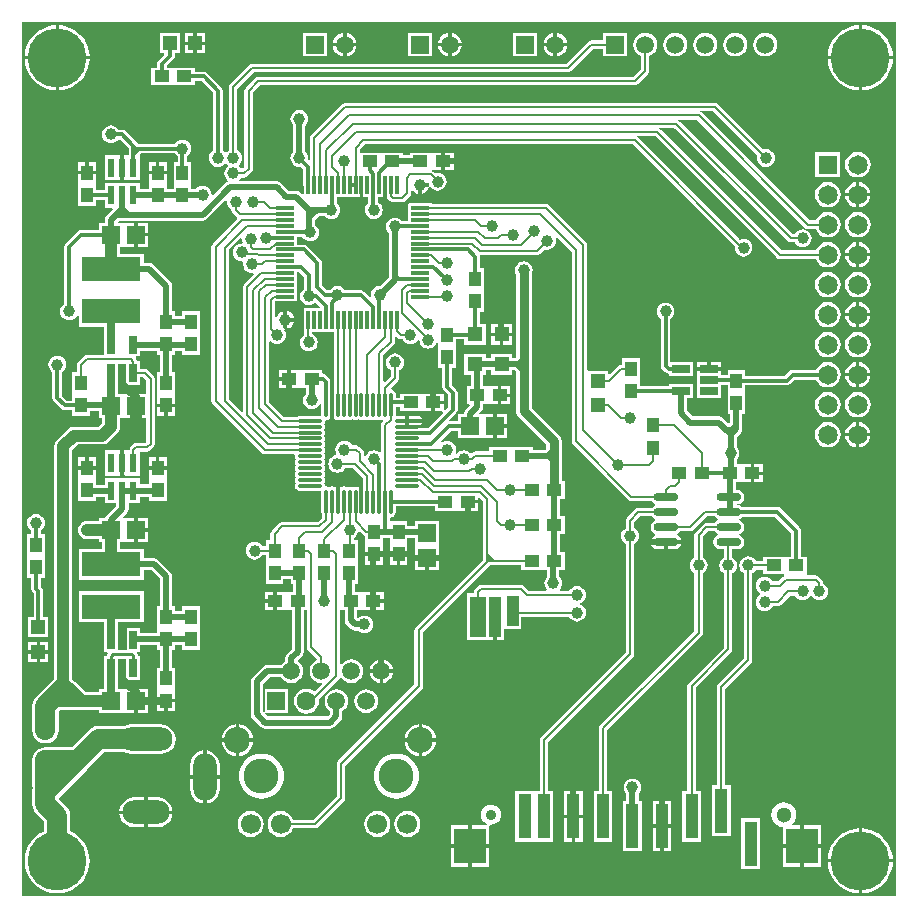
<source format=gtl>
%FSLAX44Y44*%
%MOMM*%
G71*
G01*
G75*
G04 Layer_Physical_Order=1*
G04 Layer_Color=255*
%ADD10R,1.0000X1.3000*%
%ADD11R,1.5000X0.6500*%
%ADD12R,1.3000X1.0000*%
%ADD13R,1.5000X1.5000*%
%ADD14R,1.5000X1.5000*%
%ADD15R,1.0000X2.5000*%
%ADD16R,1.0000X3.5000*%
%ADD17R,2.7000X3.0000*%
%ADD18R,1.1000X3.7900*%
%ADD19R,1.4000X3.5000*%
%ADD20O,2.1000X0.3000*%
%ADD21O,0.3000X2.1000*%
%ADD22O,2.1000X0.7000*%
%ADD23R,0.6500X1.5000*%
%ADD24R,0.5500X1.6500*%
%ADD25R,1.3000X1.2500*%
%ADD26C,1.0000*%
%ADD27R,0.3000X1.5000*%
%ADD28R,1.5000X0.3000*%
%ADD29R,5.0000X2.1000*%
%ADD30R,1.2000X1.2000*%
%ADD31R,1.2000X1.2000*%
%ADD32C,0.2000*%
%ADD33C,0.3000*%
%ADD34C,0.5000*%
%ADD35C,0.8000*%
%ADD36C,0.5500*%
%ADD37C,1.0000*%
%ADD38C,1.7000*%
%ADD39C,0.6500*%
%ADD40C,0.2500*%
%ADD41C,5.0000*%
%ADD42C,1.5000*%
%ADD43C,1.5000*%
%ADD44R,1.5000X1.5000*%
%ADD45C,1.6000*%
%ADD46C,2.9500*%
%ADD47C,2.9500*%
%ADD48C,2.2000*%
%ADD49C,1.7000*%
%ADD50C,1.6500*%
%ADD51R,1.6500X1.6500*%
%ADD52C,0.9000*%
%ADD53C,1.3000*%
%ADD54O,2.0000X4.0000*%
%ADD55O,4.0000X2.0000*%
%ADD56O,4.5000X2.0000*%
%ADD57R,5.0000X5.0000*%
G36*
X745000Y5000D02*
X5000D01*
Y745000D01*
X745000D01*
Y5000D01*
D02*
G37*
%LPC*%
G36*
X218000Y253500D02*
X210500D01*
Y247500D01*
X218000D01*
Y253500D01*
D02*
G37*
G36*
X311500D02*
X304000D01*
Y247500D01*
X311500D01*
Y253500D01*
D02*
G37*
G36*
X27500Y220000D02*
X20500D01*
Y213000D01*
X27500D01*
Y220000D01*
D02*
G37*
G36*
Y210000D02*
X20500D01*
Y203000D01*
X27500D01*
Y210000D01*
D02*
G37*
G36*
X17500Y220000D02*
X10500D01*
Y213000D01*
X17500D01*
Y220000D01*
D02*
G37*
G36*
X358000Y290000D02*
X349500D01*
Y281500D01*
X358000D01*
Y290000D01*
D02*
G37*
G36*
X301500Y293000D02*
X295500D01*
Y285500D01*
X301500D01*
Y293000D01*
D02*
G37*
G36*
X346500Y290000D02*
X338000D01*
Y281500D01*
X346500D01*
Y290000D01*
D02*
G37*
G36*
X218000Y262500D02*
X210500D01*
Y256500D01*
X218000D01*
Y262500D01*
D02*
G37*
G36*
X311500D02*
X304000D01*
Y256500D01*
X311500D01*
Y262500D01*
D02*
G37*
G36*
X17500Y210000D02*
X10500D01*
Y203000D01*
X17500D01*
Y210000D01*
D02*
G37*
G36*
X125500Y169000D02*
X119500D01*
Y161500D01*
X125500D01*
Y169000D01*
D02*
G37*
G36*
X134500D02*
X128500D01*
Y161500D01*
X134500D01*
Y169000D01*
D02*
G37*
G36*
X296680Y180246D02*
X294069Y179903D01*
X291637Y178895D01*
X289548Y177292D01*
X287945Y175203D01*
X286937Y172771D01*
X286594Y170160D01*
X286937Y167549D01*
X287945Y165117D01*
X289548Y163028D01*
X291637Y161425D01*
X294069Y160417D01*
X296680Y160074D01*
X299291Y160417D01*
X301723Y161425D01*
X303812Y163028D01*
X305415Y165117D01*
X306423Y167549D01*
X306766Y170160D01*
X306423Y172771D01*
X305415Y175203D01*
X303812Y177292D01*
X301723Y178895D01*
X299291Y179903D01*
X296680Y180246D01*
D02*
G37*
G36*
X343950Y150589D02*
Y138670D01*
X355869D01*
X355602Y140694D01*
X354242Y143978D01*
X352078Y146798D01*
X349258Y148962D01*
X345974Y150323D01*
X343950Y150589D01*
D02*
G37*
G36*
X111500Y168500D02*
X103000D01*
Y160000D01*
X111500D01*
Y168500D01*
D02*
G37*
G36*
X307950Y205459D02*
X306840Y205313D01*
X304407Y204305D01*
X302318Y202702D01*
X300715Y200613D01*
X299707Y198181D01*
X299561Y197070D01*
X307950D01*
Y205459D01*
D02*
G37*
G36*
X310950D02*
Y197070D01*
X319339D01*
X319193Y198181D01*
X318185Y200613D01*
X316582Y202702D01*
X314493Y204305D01*
X312061Y205313D01*
X310950Y205459D01*
D02*
G37*
G36*
X319339Y194070D02*
X310950D01*
Y185681D01*
X312061Y185828D01*
X314493Y186835D01*
X316582Y188438D01*
X318185Y190527D01*
X319193Y192960D01*
X319339Y194070D01*
D02*
G37*
G36*
X111500Y180000D02*
X103000D01*
Y171500D01*
X111500D01*
Y180000D01*
D02*
G37*
G36*
X307950Y194070D02*
X299561D01*
X299707Y192960D01*
X300715Y190527D01*
X302318Y188438D01*
X304407Y186835D01*
X306840Y185828D01*
X307950Y185681D01*
Y194070D01*
D02*
G37*
G36*
X310500Y293000D02*
X304500D01*
Y285500D01*
X310500D01*
Y293000D01*
D02*
G37*
G36*
X127500Y376500D02*
X121500D01*
Y369000D01*
X127500D01*
Y376500D01*
D02*
G37*
G36*
X687300Y406543D02*
X684494Y406173D01*
X681879Y405090D01*
X679633Y403367D01*
X677910Y401121D01*
X676827Y398506D01*
X676457Y395700D01*
X676827Y392894D01*
X677910Y390279D01*
X679633Y388033D01*
X681879Y386310D01*
X684494Y385227D01*
X687300Y384857D01*
X690106Y385227D01*
X692721Y386310D01*
X694967Y388033D01*
X696690Y390279D01*
X697773Y392894D01*
X698143Y395700D01*
X697773Y398506D01*
X696690Y401121D01*
X694967Y403367D01*
X692721Y405090D01*
X690106Y406173D01*
X687300Y406543D01*
D02*
G37*
G36*
X118500Y376500D02*
X112500D01*
Y369000D01*
X118500D01*
Y376500D01*
D02*
G37*
G36*
X58500D02*
X52500D01*
Y369000D01*
X58500D01*
Y376500D01*
D02*
G37*
G36*
X67500D02*
X61500D01*
Y369000D01*
X67500D01*
Y376500D01*
D02*
G37*
G36*
X714200Y406345D02*
Y397200D01*
X723345D01*
X723173Y398506D01*
X722090Y401121D01*
X720367Y403367D01*
X718121Y405090D01*
X715506Y406173D01*
X714200Y406345D01*
D02*
G37*
G36*
X687300Y431943D02*
X684494Y431573D01*
X681879Y430490D01*
X679633Y428767D01*
X677910Y426521D01*
X676827Y423906D01*
X676457Y421100D01*
X676827Y418294D01*
X677910Y415679D01*
X679633Y413433D01*
X681879Y411710D01*
X684494Y410627D01*
X687300Y410257D01*
X690106Y410627D01*
X692721Y411710D01*
X694967Y413433D01*
X696690Y415679D01*
X697773Y418294D01*
X698143Y421100D01*
X697773Y423906D01*
X696690Y426521D01*
X694967Y428767D01*
X692721Y430490D01*
X690106Y431573D01*
X687300Y431943D01*
D02*
G37*
G36*
X711200Y406345D02*
X709894Y406173D01*
X707279Y405090D01*
X705033Y403367D01*
X703310Y401121D01*
X702227Y398506D01*
X702055Y397200D01*
X711200D01*
Y406345D01*
D02*
G37*
G36*
Y394200D02*
X702055D01*
X702227Y392894D01*
X703310Y390279D01*
X705033Y388033D01*
X707279Y386310D01*
X709894Y385227D01*
X711200Y385055D01*
Y394200D01*
D02*
G37*
G36*
X723345D02*
X714200D01*
Y385055D01*
X715506Y385227D01*
X718121Y386310D01*
X720367Y388033D01*
X722090Y390279D01*
X723173Y392894D01*
X723345Y394200D01*
D02*
G37*
G36*
X632500Y370500D02*
X625000D01*
Y364500D01*
X632500D01*
Y370500D01*
D02*
G37*
G36*
X549000Y303450D02*
X537681D01*
X537848Y302609D01*
X539174Y300624D01*
X541159Y299298D01*
X543500Y298832D01*
X549000D01*
Y303450D01*
D02*
G37*
G36*
X563319D02*
X552000D01*
Y298832D01*
X557500D01*
X559841Y299298D01*
X561826Y300624D01*
X563152Y302609D01*
X563319Y303450D01*
D02*
G37*
G36*
X17000Y328565D02*
X15042Y328307D01*
X13218Y327551D01*
X11651Y326349D01*
X10449Y324782D01*
X9693Y322958D01*
X9435Y321000D01*
X9693Y319042D01*
X10449Y317218D01*
X11651Y315651D01*
X12922Y314676D01*
Y311500D01*
X9500D01*
Y293500D01*
X9500Y293500D01*
X9500Y292500D01*
X9500D01*
Y274500D01*
X12922D01*
Y265000D01*
X12922Y265000D01*
X13181Y263698D01*
X13232Y263439D01*
X14116Y262116D01*
X14116Y262116D01*
X14116Y262116D01*
X14116Y262116D01*
Y262116D01*
X14922Y261311D01*
Y241000D01*
X10500D01*
Y224000D01*
X27500D01*
Y241000D01*
X23078D01*
Y263000D01*
X22768Y264561D01*
X21884Y265884D01*
X21884Y265884D01*
X21078Y266689D01*
Y274500D01*
X24500D01*
Y292500D01*
D01*
Y292500D01*
X24500Y292500D01*
Y293500D01*
X24500D01*
Y311500D01*
X21078D01*
Y314676D01*
X22349Y315651D01*
X23551Y317218D01*
X24307Y319042D01*
X24565Y321000D01*
X24307Y322958D01*
X23551Y324782D01*
X22349Y326349D01*
X20782Y327551D01*
X18958Y328307D01*
X17000Y328565D01*
D02*
G37*
G36*
X322500Y293000D02*
X316500D01*
Y285500D01*
X322500D01*
Y293000D01*
D02*
G37*
G36*
X331500D02*
X325500D01*
Y285500D01*
X331500D01*
Y293000D01*
D02*
G37*
G36*
X632500Y361500D02*
X625000D01*
Y355500D01*
X632500D01*
Y361500D01*
D02*
G37*
G36*
X88500Y382500D02*
X75250D01*
Y361000D01*
X88500D01*
Y371747D01*
Y382500D01*
D02*
G37*
G36*
X391500Y337500D02*
X384000D01*
Y331500D01*
X391500D01*
Y337500D01*
D02*
G37*
G36*
X111500Y313500D02*
X103000D01*
Y305000D01*
X111500D01*
Y313500D01*
D02*
G37*
G36*
Y325000D02*
X103000D01*
Y316500D01*
X111500D01*
Y325000D01*
D02*
G37*
G36*
X681500Y65000D02*
X667000D01*
Y49000D01*
X681500D01*
Y65000D01*
D02*
G37*
G36*
X470500Y70950D02*
X464000D01*
Y51000D01*
X470500D01*
Y70950D01*
D02*
G37*
G36*
X650000Y84591D02*
X647259Y84230D01*
X644705Y83172D01*
X642511Y81489D01*
X640828Y79295D01*
X639770Y76741D01*
X639409Y74000D01*
X639770Y71259D01*
X640828Y68705D01*
X642511Y66511D01*
X644705Y64828D01*
X647259Y63770D01*
X649500Y63475D01*
Y49000D01*
X664000D01*
Y65000D01*
X657495D01*
X657086Y66203D01*
X657489Y66511D01*
X659172Y68705D01*
X660230Y71259D01*
X660591Y74000D01*
X660230Y76741D01*
X659172Y79295D01*
X657489Y81489D01*
X655295Y83172D01*
X652741Y84230D01*
X650000Y84591D01*
D02*
G37*
G36*
X555000Y62950D02*
X548500D01*
Y43000D01*
X555000D01*
Y62950D01*
D02*
G37*
G36*
X383000Y65000D02*
X368500D01*
Y49000D01*
X383000D01*
Y65000D01*
D02*
G37*
G36*
X331300Y77165D02*
X328428Y76787D01*
X325753Y75679D01*
X323455Y73915D01*
X321692Y71617D01*
X320583Y68942D01*
X320205Y66070D01*
X320583Y63198D01*
X321692Y60523D01*
X323455Y58225D01*
X325753Y56462D01*
X328428Y55353D01*
X331300Y54975D01*
X334172Y55353D01*
X336847Y56462D01*
X339145Y58225D01*
X340909Y60523D01*
X342017Y63198D01*
X342395Y66070D01*
X342017Y68942D01*
X340909Y71617D01*
X339145Y73915D01*
X336847Y75679D01*
X334172Y76787D01*
X331300Y77165D01*
D02*
G37*
G36*
X108500Y74500D02*
X87590D01*
X87822Y72737D01*
X89081Y69696D01*
X91085Y67085D01*
X93696Y65081D01*
X96737Y63822D01*
X100000Y63392D01*
X108500D01*
Y74500D01*
D02*
G37*
G36*
X305900Y77165D02*
X303028Y76787D01*
X300353Y75679D01*
X298055Y73915D01*
X296292Y71617D01*
X295183Y68942D01*
X294805Y66070D01*
X295183Y63198D01*
X296292Y60523D01*
X298055Y58225D01*
X300353Y56462D01*
X303028Y55353D01*
X305900Y54975D01*
X308772Y55353D01*
X311447Y56462D01*
X313745Y58225D01*
X315508Y60523D01*
X316617Y63198D01*
X316995Y66070D01*
X316617Y68942D01*
X315508Y71617D01*
X313745Y73915D01*
X311447Y75679D01*
X308772Y76787D01*
X305900Y77165D01*
D02*
G37*
G36*
X480000Y70950D02*
X473500D01*
Y51000D01*
X480000D01*
Y70950D01*
D02*
G37*
G36*
X198700Y77165D02*
X195828Y76787D01*
X193153Y75679D01*
X190855Y73915D01*
X189091Y71617D01*
X187983Y68942D01*
X187605Y66070D01*
X187983Y63198D01*
X189091Y60523D01*
X190855Y58225D01*
X193153Y56462D01*
X195828Y55353D01*
X198700Y54975D01*
X201572Y55353D01*
X204247Y56462D01*
X206545Y58225D01*
X208309Y60523D01*
X209417Y63198D01*
X209795Y66070D01*
X209417Y68942D01*
X208309Y71617D01*
X206545Y73915D01*
X204247Y75679D01*
X201572Y76787D01*
X198700Y77165D01*
D02*
G37*
G36*
X545500Y62950D02*
X539000D01*
Y43000D01*
X545500D01*
Y62950D01*
D02*
G37*
G36*
X383000Y46000D02*
X368500D01*
Y30000D01*
X383000D01*
Y46000D01*
D02*
G37*
G36*
X400500D02*
X386000D01*
Y30000D01*
X400500D01*
Y46000D01*
D02*
G37*
G36*
X630000Y70900D02*
X614000D01*
Y28000D01*
X630000D01*
Y70900D01*
D02*
G37*
G36*
X713500Y33500D02*
X687533D01*
X687755Y30685D01*
X688765Y26476D01*
X690422Y22477D01*
X692683Y18786D01*
X695494Y15494D01*
X698786Y12683D01*
X702477Y10422D01*
X706476Y8765D01*
X710685Y7755D01*
X713500Y7533D01*
Y33500D01*
D02*
G37*
G36*
X742467D02*
X716500D01*
Y7533D01*
X719315Y7755D01*
X723524Y8765D01*
X727523Y10422D01*
X731214Y12683D01*
X734506Y15494D01*
X737317Y18786D01*
X739578Y22477D01*
X741235Y26476D01*
X742245Y30685D01*
X742467Y33500D01*
D02*
G37*
G36*
X716500Y62467D02*
Y36500D01*
X742467D01*
X742245Y39315D01*
X741235Y43524D01*
X739578Y47523D01*
X737317Y51214D01*
X734506Y54506D01*
X731214Y57317D01*
X727523Y59578D01*
X723524Y61235D01*
X719315Y62245D01*
X716500Y62467D01*
D02*
G37*
G36*
X522000Y104565D02*
X520042Y104307D01*
X518218Y103551D01*
X516651Y102349D01*
X515449Y100782D01*
X514693Y98958D01*
X514435Y97000D01*
X514693Y95042D01*
X515449Y93218D01*
X516651Y91651D01*
X516902Y91458D01*
Y85900D01*
X514000D01*
Y43000D01*
X530000D01*
Y85900D01*
X527098D01*
Y91458D01*
X527349Y91651D01*
X528551Y93218D01*
X529307Y95042D01*
X529565Y97000D01*
X529307Y98958D01*
X528551Y100782D01*
X527349Y102349D01*
X525782Y103551D01*
X523958Y104307D01*
X522000Y104565D01*
D02*
G37*
G36*
X713500Y62467D02*
X710685Y62245D01*
X706476Y61235D01*
X702477Y59578D01*
X698786Y57317D01*
X695494Y54506D01*
X692683Y51214D01*
X690422Y47523D01*
X688765Y43524D01*
X687755Y39315D01*
X687533Y36500D01*
X713500D01*
Y62467D01*
D02*
G37*
G36*
X664000Y46000D02*
X649500D01*
Y30000D01*
X664000D01*
Y46000D01*
D02*
G37*
G36*
X681500D02*
X667000D01*
Y30000D01*
X681500D01*
Y46000D01*
D02*
G37*
G36*
X132410Y74500D02*
X111500D01*
Y63392D01*
X120000D01*
X123263Y63822D01*
X126304Y65081D01*
X128915Y67085D01*
X130919Y69696D01*
X132178Y72737D01*
X132410Y74500D01*
D02*
G37*
G36*
X200969Y135670D02*
X189050D01*
Y123751D01*
X191074Y124017D01*
X194358Y125378D01*
X197178Y127542D01*
X199342Y130362D01*
X200702Y133646D01*
X200969Y135670D01*
D02*
G37*
G36*
X340950D02*
X329031D01*
X329297Y133646D01*
X330658Y130362D01*
X332822Y127542D01*
X335642Y125378D01*
X338926Y124017D01*
X340950Y123751D01*
Y135670D01*
D02*
G37*
G36*
X186050D02*
X174131D01*
X174398Y133646D01*
X175758Y130362D01*
X177922Y127542D01*
X180742Y125378D01*
X184026Y124017D01*
X186050Y123751D01*
Y135670D01*
D02*
G37*
G36*
X158500Y128410D02*
X156737Y128178D01*
X153696Y126919D01*
X151085Y124915D01*
X149081Y122304D01*
X147822Y119263D01*
X147392Y116000D01*
Y107500D01*
X158500D01*
Y128410D01*
D02*
G37*
G36*
X161500D02*
Y107500D01*
X172608D01*
Y116000D01*
X172178Y119263D01*
X170919Y122304D01*
X168915Y124915D01*
X166304Y126919D01*
X163263Y128178D01*
X161500Y128410D01*
D02*
G37*
G36*
X189050Y150589D02*
Y138670D01*
X200969D01*
X200702Y140694D01*
X199342Y143978D01*
X197178Y146798D01*
X194358Y148962D01*
X191074Y150323D01*
X189050Y150589D01*
D02*
G37*
G36*
X340950D02*
X338926Y150323D01*
X335642Y148962D01*
X332822Y146798D01*
X330658Y143978D01*
X329297Y140694D01*
X329031Y138670D01*
X340950D01*
Y150589D01*
D02*
G37*
G36*
X186050D02*
X184026Y150323D01*
X180742Y148962D01*
X177922Y146798D01*
X175758Y143978D01*
X174398Y140694D01*
X174131Y138670D01*
X186050D01*
Y150589D01*
D02*
G37*
G36*
X355869Y135670D02*
X343950D01*
Y123751D01*
X345974Y124017D01*
X349258Y125378D01*
X352078Y127542D01*
X354242Y130362D01*
X355602Y133646D01*
X355869Y135670D01*
D02*
G37*
G36*
X122500Y150608D02*
X97500D01*
X94237Y150178D01*
X91621Y149095D01*
X70000D01*
X67463Y148761D01*
X67128Y148717D01*
X64453Y147608D01*
X62155Y145845D01*
X47404Y131095D01*
X25000D01*
X22128Y130717D01*
X19453Y129608D01*
X17155Y127845D01*
X15391Y125548D01*
X14283Y122872D01*
X13905Y120000D01*
Y98000D01*
X14129Y96300D01*
X13905Y94600D01*
Y83000D01*
X14283Y80128D01*
X15067Y78236D01*
X15391Y77453D01*
X17155Y75155D01*
X23905Y68404D01*
Y60170D01*
X22477Y59578D01*
X18786Y57317D01*
X15494Y54506D01*
X12683Y51214D01*
X10422Y47523D01*
X8765Y43524D01*
X7755Y39315D01*
X7415Y35000D01*
X7755Y30685D01*
X8765Y26476D01*
X10422Y22477D01*
X12683Y18786D01*
X15494Y15494D01*
X18786Y12683D01*
X22477Y10422D01*
X26476Y8765D01*
X30685Y7755D01*
X35000Y7415D01*
X39315Y7755D01*
X43524Y8765D01*
X47523Y10422D01*
X51214Y12683D01*
X54506Y15494D01*
X57317Y18786D01*
X59578Y22477D01*
X61235Y26476D01*
X62245Y30685D01*
X62585Y35000D01*
X62245Y39315D01*
X61235Y43524D01*
X59578Y47523D01*
X57317Y51214D01*
X54506Y54506D01*
X51214Y57317D01*
X47523Y59578D01*
X46095Y60170D01*
Y73000D01*
X45717Y75872D01*
X44608Y78548D01*
X42845Y80845D01*
X36095Y87596D01*
Y88404D01*
X59845Y112155D01*
X59845Y112155D01*
X59845Y112155D01*
X74596Y126905D01*
X91621D01*
X94237Y125822D01*
X97500Y125392D01*
X122500D01*
X125763Y125822D01*
X128804Y127081D01*
X131415Y129085D01*
X133419Y131696D01*
X134678Y134737D01*
X135108Y138000D01*
X134678Y141263D01*
X133419Y144304D01*
X131415Y146915D01*
X128804Y148919D01*
X125763Y150178D01*
X122500Y150608D01*
D02*
G37*
G36*
X207850Y125762D02*
X204125Y125395D01*
X200544Y124309D01*
X197243Y122544D01*
X194350Y120170D01*
X191976Y117277D01*
X190211Y113976D01*
X189125Y110395D01*
X188758Y106670D01*
X189125Y102945D01*
X190211Y99364D01*
X191976Y96063D01*
X194350Y93170D01*
X197243Y90796D01*
X200544Y89031D01*
X204125Y87945D01*
X207850Y87578D01*
X211575Y87945D01*
X215156Y89031D01*
X218457Y90796D01*
X221350Y93170D01*
X223724Y96063D01*
X225489Y99364D01*
X226575Y102945D01*
X226942Y106670D01*
X226575Y110395D01*
X225489Y113976D01*
X223724Y117277D01*
X221350Y120170D01*
X218457Y122544D01*
X215156Y124309D01*
X211575Y125395D01*
X207850Y125762D01*
D02*
G37*
G36*
X470500Y93900D02*
X464000D01*
Y73950D01*
X470500D01*
Y93900D01*
D02*
G37*
G36*
X480000D02*
X473500D01*
Y73950D01*
X480000D01*
Y93900D01*
D02*
G37*
G36*
X555000Y85900D02*
X548500D01*
Y65950D01*
X555000D01*
Y85900D01*
D02*
G37*
G36*
X402000Y82573D02*
X399781Y82281D01*
X397713Y81425D01*
X395938Y80062D01*
X394575Y78287D01*
X393719Y76219D01*
X393427Y74000D01*
X393719Y71781D01*
X394575Y69713D01*
X395938Y67938D01*
X397713Y66575D01*
X398509Y66246D01*
X398261Y65000D01*
X386000D01*
Y49000D01*
X400500D01*
Y64661D01*
X401455Y65498D01*
X402000Y65427D01*
X404219Y65719D01*
X406287Y66575D01*
X408062Y67938D01*
X409425Y69713D01*
X410281Y71781D01*
X410573Y74000D01*
X410281Y76219D01*
X409425Y78287D01*
X408062Y80062D01*
X406287Y81425D01*
X404219Y82281D01*
X402000Y82573D01*
D02*
G37*
G36*
X545500Y85900D02*
X539000D01*
Y65950D01*
X545500D01*
Y85900D01*
D02*
G37*
G36*
X172608Y104500D02*
X161500D01*
Y83590D01*
X163263Y83822D01*
X166304Y85081D01*
X168915Y87085D01*
X170919Y89696D01*
X172178Y92737D01*
X172608Y96000D01*
Y104500D01*
D02*
G37*
G36*
X322150Y125763D02*
X318425Y125396D01*
X314844Y124309D01*
X311543Y122545D01*
X308650Y120170D01*
X306275Y117277D01*
X304511Y113976D01*
X303424Y110395D01*
X303058Y106670D01*
X303424Y102945D01*
X304511Y99364D01*
X306275Y96063D01*
X308650Y93170D01*
X311543Y90795D01*
X314844Y89031D01*
X318425Y87944D01*
X322150Y87578D01*
X325875Y87944D01*
X329456Y89031D01*
X332757Y90795D01*
X335650Y93170D01*
X338025Y96063D01*
X339789Y99364D01*
X340876Y102945D01*
X341242Y106670D01*
X340876Y110395D01*
X339789Y113976D01*
X338025Y117277D01*
X335650Y120170D01*
X332757Y122545D01*
X329456Y124309D01*
X325875Y125396D01*
X322150Y125763D01*
D02*
G37*
G36*
X158500Y104500D02*
X147392D01*
Y96000D01*
X147822Y92737D01*
X149081Y89696D01*
X151085Y87085D01*
X153696Y85081D01*
X156737Y83822D01*
X158500Y83590D01*
Y104500D01*
D02*
G37*
G36*
X108500Y88608D02*
X100000D01*
X96737Y88178D01*
X93696Y86919D01*
X91085Y84915D01*
X89081Y82304D01*
X87822Y79263D01*
X87590Y77500D01*
X108500D01*
Y88608D01*
D02*
G37*
G36*
X120000D02*
X111500D01*
Y77500D01*
X132410D01*
X132178Y79263D01*
X130919Y82304D01*
X128915Y84915D01*
X126304Y86919D01*
X123263Y88178D01*
X120000Y88608D01*
D02*
G37*
G36*
X712700Y431943D02*
X709894Y431573D01*
X707279Y430490D01*
X705033Y428767D01*
X703310Y426521D01*
X702227Y423906D01*
X701857Y421100D01*
X702227Y418294D01*
X703310Y415679D01*
X705033Y413433D01*
X707279Y411710D01*
X709894Y410627D01*
X712700Y410257D01*
X715506Y410627D01*
X718121Y411710D01*
X720367Y413433D01*
X722090Y415679D01*
X723173Y418294D01*
X723543Y421100D01*
X723173Y423906D01*
X722090Y426521D01*
X720367Y428767D01*
X718121Y430490D01*
X715506Y431573D01*
X712700Y431943D01*
D02*
G37*
G36*
X62467Y713500D02*
X36500D01*
Y687533D01*
X39315Y687755D01*
X43524Y688765D01*
X47523Y690422D01*
X51214Y692683D01*
X54506Y695494D01*
X57317Y698786D01*
X59578Y702477D01*
X61235Y706476D01*
X62245Y710685D01*
X62467Y713500D01*
D02*
G37*
G36*
X713500D02*
X687533D01*
X687755Y710685D01*
X688765Y706476D01*
X690422Y702477D01*
X692683Y698786D01*
X695494Y695494D01*
X698786Y692683D01*
X702477Y690422D01*
X706476Y688765D01*
X710685Y687755D01*
X713500Y687533D01*
Y713500D01*
D02*
G37*
G36*
X33500D02*
X7533D01*
X7755Y710685D01*
X8765Y706476D01*
X10422Y702477D01*
X12683Y698786D01*
X15494Y695494D01*
X18786Y692683D01*
X22477Y690422D01*
X26476Y688765D01*
X30685Y687755D01*
X33500Y687533D01*
Y713500D01*
D02*
G37*
G36*
X370500Y625500D02*
X363000D01*
Y619500D01*
X370500D01*
Y625500D01*
D02*
G37*
G36*
Y634500D02*
X363000D01*
Y628500D01*
X370500D01*
Y634500D01*
D02*
G37*
G36*
X742467Y713500D02*
X716500D01*
Y687533D01*
X719315Y687755D01*
X723524Y688765D01*
X727523Y690422D01*
X731214Y692683D01*
X734506Y695494D01*
X737317Y698786D01*
X739578Y702477D01*
X741235Y706476D01*
X742245Y710685D01*
X742467Y713500D01*
D02*
G37*
G36*
X634400Y736086D02*
X631790Y735743D01*
X629357Y734735D01*
X627268Y733132D01*
X625665Y731043D01*
X624657Y728611D01*
X624314Y726000D01*
X624657Y723390D01*
X625665Y720957D01*
X627268Y718868D01*
X629357Y717265D01*
X631790Y716257D01*
X634400Y715914D01*
X637010Y716257D01*
X639443Y717265D01*
X641532Y718868D01*
X643135Y720957D01*
X644143Y723390D01*
X644486Y726000D01*
X644143Y728611D01*
X643135Y731043D01*
X641532Y733132D01*
X639443Y734735D01*
X637010Y735743D01*
X634400Y736086D01*
D02*
G37*
G36*
X263000Y736000D02*
X243000D01*
Y716000D01*
X263000D01*
Y736000D01*
D02*
G37*
G36*
X609000Y736086D02*
X606390Y735743D01*
X603957Y734735D01*
X601868Y733132D01*
X600265Y731043D01*
X599257Y728611D01*
X598914Y726000D01*
X599257Y723390D01*
X600265Y720957D01*
X601868Y718868D01*
X603957Y717265D01*
X606390Y716257D01*
X609000Y715914D01*
X611610Y716257D01*
X614043Y717265D01*
X616132Y718868D01*
X617735Y720957D01*
X618743Y723390D01*
X619086Y726000D01*
X618743Y728611D01*
X617735Y731043D01*
X616132Y733132D01*
X614043Y734735D01*
X611610Y735743D01*
X609000Y736086D01*
D02*
G37*
G36*
X558200D02*
X555589Y735743D01*
X553157Y734735D01*
X551068Y733132D01*
X549465Y731043D01*
X548457Y728611D01*
X548114Y726000D01*
X548457Y723390D01*
X549465Y720957D01*
X551068Y718868D01*
X553157Y717265D01*
X555589Y716257D01*
X558200Y715914D01*
X560811Y716257D01*
X563243Y717265D01*
X565332Y718868D01*
X566935Y720957D01*
X567943Y723390D01*
X568286Y726000D01*
X567943Y728611D01*
X566935Y731043D01*
X565332Y733132D01*
X563243Y734735D01*
X560811Y735743D01*
X558200Y736086D01*
D02*
G37*
G36*
X583600D02*
X580989Y735743D01*
X578557Y734735D01*
X576468Y733132D01*
X574865Y731043D01*
X573857Y728611D01*
X573514Y726000D01*
X573857Y723390D01*
X574865Y720957D01*
X576468Y718868D01*
X578557Y717265D01*
X580989Y716257D01*
X583600Y715914D01*
X586211Y716257D01*
X588643Y717265D01*
X590732Y718868D01*
X592335Y720957D01*
X593343Y723390D01*
X593686Y726000D01*
X593343Y728611D01*
X592335Y731043D01*
X590732Y733132D01*
X588643Y734735D01*
X586211Y735743D01*
X583600Y736086D01*
D02*
G37*
G36*
X714200Y609545D02*
Y600400D01*
X723345D01*
X723173Y601706D01*
X722090Y604321D01*
X720367Y606567D01*
X718121Y608290D01*
X715506Y609373D01*
X714200Y609545D01*
D02*
G37*
G36*
X88500Y632500D02*
X75250D01*
Y611000D01*
X88500D01*
Y621747D01*
Y632500D01*
D02*
G37*
G36*
X711200Y609545D02*
X709894Y609373D01*
X707279Y608290D01*
X705033Y606567D01*
X703310Y604321D01*
X702227Y601706D01*
X702055Y600400D01*
X711200D01*
Y609545D01*
D02*
G37*
G36*
X723345Y597400D02*
X714200D01*
Y588255D01*
X715506Y588427D01*
X718121Y589510D01*
X720367Y591233D01*
X722090Y593479D01*
X723173Y596094D01*
X723345Y597400D01*
D02*
G37*
G36*
X349367Y605500D02*
X343500D01*
Y599633D01*
X343958Y599693D01*
X345782Y600449D01*
X347349Y601651D01*
X348551Y603218D01*
X349307Y605042D01*
X349367Y605500D01*
D02*
G37*
G36*
X712700Y635143D02*
X709894Y634773D01*
X707279Y633690D01*
X705033Y631967D01*
X703310Y629721D01*
X702227Y627106D01*
X701857Y624300D01*
X702227Y621494D01*
X703310Y618879D01*
X705033Y616633D01*
X707279Y614910D01*
X709894Y613827D01*
X712700Y613457D01*
X715506Y613827D01*
X718121Y614910D01*
X720367Y616633D01*
X722090Y618879D01*
X723173Y621494D01*
X723543Y624300D01*
X723173Y627106D01*
X722090Y629721D01*
X720367Y631967D01*
X718121Y633690D01*
X715506Y634773D01*
X712700Y635143D01*
D02*
G37*
G36*
X118500Y626500D02*
X112500D01*
Y619000D01*
X118500D01*
Y626500D01*
D02*
G37*
G36*
X127500D02*
X121500D01*
Y619000D01*
X127500D01*
Y626500D01*
D02*
G37*
G36*
X67500D02*
X61500D01*
Y619000D01*
X67500D01*
Y626500D01*
D02*
G37*
G36*
X698050Y635050D02*
X676550D01*
Y613550D01*
X698050D01*
Y635050D01*
D02*
G37*
G36*
X58500Y626500D02*
X52500D01*
Y619000D01*
X58500D01*
Y626500D01*
D02*
G37*
G36*
X352000Y736000D02*
X332000D01*
Y716000D01*
X352000D01*
Y736000D01*
D02*
G37*
G36*
X276900Y735889D02*
X275790Y735743D01*
X273357Y734735D01*
X271268Y733132D01*
X269665Y731043D01*
X268657Y728611D01*
X268511Y727500D01*
X276900D01*
Y735889D01*
D02*
G37*
G36*
X279900D02*
Y727500D01*
X288289D01*
X288143Y728611D01*
X287135Y731043D01*
X285532Y733132D01*
X283443Y734735D01*
X281010Y735743D01*
X279900Y735889D01*
D02*
G37*
G36*
X160000Y725500D02*
X153000D01*
Y718500D01*
X160000D01*
Y725500D01*
D02*
G37*
G36*
X716500Y742467D02*
Y716500D01*
X742467D01*
X742245Y719315D01*
X741235Y723524D01*
X739578Y727523D01*
X737317Y731214D01*
X734506Y734506D01*
X731214Y737317D01*
X727523Y739578D01*
X723524Y741235D01*
X719315Y742245D01*
X716500Y742467D01*
D02*
G37*
G36*
X150000Y725500D02*
X143000D01*
Y718500D01*
X150000D01*
Y725500D01*
D02*
G37*
G36*
X365900Y735889D02*
X364790Y735743D01*
X362357Y734735D01*
X360268Y733132D01*
X358665Y731043D01*
X357657Y728611D01*
X357511Y727500D01*
X365900D01*
Y735889D01*
D02*
G37*
G36*
X150000Y735500D02*
X143000D01*
Y728500D01*
X150000D01*
Y735500D01*
D02*
G37*
G36*
X160000D02*
X153000D01*
Y728500D01*
X160000D01*
Y735500D01*
D02*
G37*
G36*
X458100Y735889D02*
Y727500D01*
X466489D01*
X466343Y728611D01*
X465335Y731043D01*
X463732Y733132D01*
X461643Y734735D01*
X459211Y735743D01*
X458100Y735889D01*
D02*
G37*
G36*
X368900D02*
Y727500D01*
X377289D01*
X377143Y728611D01*
X376135Y731043D01*
X374532Y733132D01*
X372443Y734735D01*
X370010Y735743D01*
X368900Y735889D01*
D02*
G37*
G36*
X455100D02*
X453989Y735743D01*
X451557Y734735D01*
X449468Y733132D01*
X447865Y731043D01*
X446857Y728611D01*
X446711Y727500D01*
X455100D01*
Y735889D01*
D02*
G37*
G36*
X288289Y724500D02*
X279900D01*
Y716111D01*
X281010Y716257D01*
X283443Y717265D01*
X285532Y718868D01*
X287135Y720957D01*
X288143Y723390D01*
X288289Y724500D01*
D02*
G37*
G36*
X365900D02*
X357511D01*
X357657Y723390D01*
X358665Y720957D01*
X360268Y718868D01*
X362357Y717265D01*
X364790Y716257D01*
X365900Y716111D01*
Y724500D01*
D02*
G37*
G36*
X276900D02*
X268511D01*
X268657Y723390D01*
X269665Y720957D01*
X271268Y718868D01*
X273357Y717265D01*
X275790Y716257D01*
X276900Y716111D01*
Y724500D01*
D02*
G37*
G36*
X441200Y736000D02*
X421200D01*
Y716000D01*
X441200D01*
Y736000D01*
D02*
G37*
G36*
X532800Y736086D02*
X530190Y735743D01*
X527757Y734735D01*
X525668Y733132D01*
X524065Y731043D01*
X523057Y728611D01*
X522714Y726000D01*
X523057Y723390D01*
X524065Y720957D01*
X525668Y718868D01*
X527757Y717265D01*
X529231Y716654D01*
Y705278D01*
X522522Y698569D01*
X205000D01*
X203634Y698297D01*
X202477Y697523D01*
X194477Y689523D01*
X193703Y688366D01*
X193431Y687000D01*
Y622478D01*
X192573Y621620D01*
X190737Y620859D01*
X190479Y620876D01*
X189349Y622349D01*
X188677Y622865D01*
Y624135D01*
X189349Y624651D01*
X190551Y626218D01*
X191307Y628042D01*
X191565Y630000D01*
X191307Y631958D01*
X190551Y633782D01*
X189349Y635349D01*
X187782Y636551D01*
X187569Y636640D01*
Y688522D01*
X201478Y702431D01*
X467000D01*
X468366Y702703D01*
X469523Y703477D01*
X469523Y703477D01*
X469523Y703477D01*
X488478Y722431D01*
X497400D01*
Y716000D01*
X517400D01*
Y736000D01*
X497400D01*
Y729569D01*
X487000D01*
X485634Y729297D01*
X484477Y728523D01*
X465522Y709569D01*
X200000D01*
X198634Y709297D01*
X197477Y708523D01*
X181477Y692523D01*
X180703Y691366D01*
X180431Y690000D01*
Y636640D01*
X180218Y636551D01*
X178651Y635349D01*
X178135Y634677D01*
X176865D01*
X176349Y635349D01*
X175078Y636324D01*
Y687000D01*
X175078Y687000D01*
X174819Y688302D01*
X174768Y688561D01*
X173884Y689884D01*
X161884Y701884D01*
X160561Y702768D01*
X160302Y702819D01*
X159000Y703078D01*
X159000Y703078D01*
X151500D01*
Y706500D01*
X133500D01*
D01*
D01*
X133500Y706500D01*
X132500D01*
Y706500D01*
X127578D01*
Y707811D01*
X133384Y713616D01*
X134268Y714939D01*
X134578Y716500D01*
Y718500D01*
X139000D01*
Y735500D01*
X122000D01*
Y718500D01*
X125073D01*
X125559Y717327D01*
X120616Y712384D01*
X119732Y711061D01*
X119681Y710802D01*
X119422Y709500D01*
X119422Y709500D01*
Y706500D01*
X114500D01*
Y691500D01*
X132500D01*
Y691500D01*
X132500D01*
X132500Y691500D01*
X133500D01*
Y691500D01*
X151500D01*
Y694922D01*
X157311D01*
X166922Y685311D01*
Y636324D01*
X165651Y635349D01*
X164449Y633782D01*
X163693Y631958D01*
X163435Y630000D01*
X163693Y628042D01*
X164449Y626218D01*
X165651Y624651D01*
X167218Y623449D01*
X169042Y622693D01*
X171000Y622435D01*
X172958Y622693D01*
X174782Y623449D01*
X176349Y624651D01*
X176865Y625323D01*
X178135D01*
X178651Y624651D01*
X179323Y624135D01*
Y622865D01*
X178651Y622349D01*
X177449Y620782D01*
X176693Y618958D01*
X176435Y617000D01*
X176693Y615042D01*
X177449Y613218D01*
X178651Y611651D01*
X179062Y611335D01*
X179311Y610083D01*
X179233Y609746D01*
X179049Y609710D01*
X177395Y608605D01*
X166624Y597834D01*
X165485Y598395D01*
X165565Y599000D01*
X165307Y600958D01*
X164551Y602782D01*
X163349Y604349D01*
X161782Y605551D01*
X159958Y606307D01*
X158000Y606565D01*
X156042Y606307D01*
X154218Y605551D01*
X152651Y604349D01*
X152458Y604098D01*
X148500D01*
Y607500D01*
D01*
Y607500D01*
X148500Y607500D01*
Y608500D01*
X148500D01*
Y626500D01*
X145078D01*
Y631676D01*
X146349Y632651D01*
X147551Y634218D01*
X148307Y636042D01*
X148565Y638000D01*
X148307Y639958D01*
X147551Y641782D01*
X146349Y643349D01*
X144782Y644551D01*
X142958Y645307D01*
X141000Y645565D01*
X139042Y645307D01*
X137218Y644551D01*
X135651Y643349D01*
X134676Y642078D01*
X103689D01*
X102384Y643384D01*
X102384Y643384D01*
X92884Y652884D01*
X91561Y653768D01*
X91302Y653819D01*
X90000Y654078D01*
X90000Y654078D01*
X86824D01*
X85849Y655349D01*
X84282Y656551D01*
X82458Y657307D01*
X80500Y657565D01*
X78542Y657307D01*
X76718Y656551D01*
X75151Y655349D01*
X73949Y653782D01*
X73193Y651958D01*
X72935Y650000D01*
X73193Y648042D01*
X73949Y646218D01*
X75151Y644651D01*
X76718Y643449D01*
X78542Y642693D01*
X80500Y642435D01*
X82458Y642693D01*
X84282Y643449D01*
X85849Y644651D01*
X86824Y645922D01*
X88311D01*
X95422Y638811D01*
Y633500D01*
X95422Y633500D01*
X95422Y633500D01*
Y632500D01*
X91500D01*
Y621747D01*
Y611000D01*
X104750D01*
Y632500D01*
X104750Y632500D01*
X104750D01*
X104609Y632841D01*
X105689Y633922D01*
X134676D01*
X135651Y632651D01*
X136922Y631676D01*
Y626500D01*
X133500D01*
Y608500D01*
X133500Y608500D01*
X133500Y607500D01*
X133500D01*
Y603853D01*
X127500D01*
Y607500D01*
D01*
Y607500D01*
X127500Y607500D01*
Y608500D01*
X127500D01*
Y616000D01*
X112500D01*
Y608500D01*
X112500Y608500D01*
X112500Y607500D01*
X112500D01*
Y603603D01*
X104750D01*
Y609000D01*
X75250D01*
Y602578D01*
X67500D01*
Y607500D01*
D01*
Y607500D01*
X67500Y607500D01*
Y608500D01*
X67500D01*
Y616000D01*
X52500D01*
Y608500D01*
X52500Y608500D01*
X52500Y607500D01*
X52500D01*
Y589500D01*
X67500D01*
Y594422D01*
X75250D01*
Y587500D01*
X81271D01*
X81757Y586327D01*
X81215Y585785D01*
X81215Y585785D01*
X76715Y581285D01*
X75555Y579548D01*
X75147Y577500D01*
Y575000D01*
X70500D01*
Y569078D01*
X55000D01*
X55000Y569078D01*
X53698Y568819D01*
X53439Y568768D01*
X52116Y567884D01*
X42116Y557884D01*
X41232Y556561D01*
X41181Y556302D01*
X40922Y555000D01*
X40922Y555000D01*
Y506324D01*
X39651Y505349D01*
X38449Y503782D01*
X37693Y501958D01*
X37435Y500000D01*
X37693Y498042D01*
X38449Y496218D01*
X39651Y494651D01*
X41218Y493449D01*
X43042Y492693D01*
X45000Y492435D01*
X46958Y492693D01*
X48782Y493449D01*
X50349Y494651D01*
X51551Y496218D01*
X51754Y496708D01*
X53000Y496460D01*
Y487000D01*
X74637D01*
Y472000D01*
X74750Y471434D01*
Y463569D01*
X60000D01*
X58634Y463297D01*
X57477Y462523D01*
X52477Y457523D01*
X51703Y456366D01*
X51431Y455000D01*
Y448500D01*
X47500D01*
Y430500D01*
X47500Y430500D01*
X47500Y429500D01*
X47500D01*
Y424578D01*
X43189D01*
X39078Y428689D01*
Y448676D01*
X40349Y449651D01*
X41551Y451218D01*
X42307Y453042D01*
X42565Y455000D01*
X42307Y456958D01*
X41551Y458782D01*
X40349Y460349D01*
X38782Y461551D01*
X36958Y462307D01*
X35000Y462565D01*
X33042Y462307D01*
X31218Y461551D01*
X29651Y460349D01*
X28449Y458782D01*
X27693Y456958D01*
X27435Y455000D01*
X27693Y453042D01*
X28449Y451218D01*
X29651Y449651D01*
X30922Y448676D01*
Y427000D01*
X30922Y427000D01*
X31181Y425698D01*
X31232Y425439D01*
X32116Y424116D01*
X38616Y417616D01*
X38616Y417616D01*
X39939Y416732D01*
X40198Y416680D01*
X41500Y416422D01*
X41500Y416422D01*
X47500D01*
Y411500D01*
X62500D01*
Y415402D01*
X70500D01*
Y410000D01*
X72935D01*
Y405633D01*
X69867Y402565D01*
X49000D01*
X47042Y402307D01*
X45973Y401864D01*
X45218Y401551D01*
X44537Y401029D01*
X43651Y400349D01*
X43651Y400349D01*
X34651Y391349D01*
X33449Y389782D01*
X33227Y389248D01*
X32693Y387958D01*
X32435Y386000D01*
Y189061D01*
X32155Y188845D01*
X17155Y173845D01*
X15391Y171548D01*
X15067Y170764D01*
X14283Y168872D01*
X13905Y166000D01*
Y145400D01*
X13905Y145400D01*
X13905D01*
X14283Y142528D01*
X15391Y139853D01*
X17155Y137555D01*
X19453Y135792D01*
X22128Y134683D01*
X25000Y134305D01*
X27872Y134683D01*
X30547Y135792D01*
X32845Y137555D01*
X34609Y139853D01*
X35717Y142528D01*
X36095Y145400D01*
Y161404D01*
X37126Y162435D01*
X70500D01*
Y160000D01*
X90500D01*
Y160000D01*
X90500D01*
X90500Y160000D01*
X91500D01*
Y160000D01*
X100000D01*
Y169998D01*
Y180000D01*
X91500D01*
D01*
D01*
X91500Y180000D01*
X90500D01*
Y180000D01*
X86363D01*
Y188000D01*
X88500D01*
Y198002D01*
X91500D01*
Y188000D01*
X105250D01*
Y208000D01*
X103323D01*
Y208500D01*
X103032Y209963D01*
X102204Y211204D01*
X102533Y212000D01*
X105250D01*
Y217402D01*
X119500D01*
Y213500D01*
X121902D01*
Y198500D01*
X119500D01*
Y180500D01*
X119500Y180500D01*
X119500Y179500D01*
X119500D01*
Y172000D01*
X134500D01*
Y179500D01*
D01*
Y179500D01*
X134500Y179500D01*
Y180500D01*
X134500D01*
Y198500D01*
X132098D01*
Y213500D01*
X134500D01*
Y217402D01*
X140500D01*
Y213500D01*
X155500D01*
Y231500D01*
D01*
Y231500D01*
X155500Y231500D01*
Y232500D01*
X155500D01*
Y250500D01*
X140500D01*
Y246598D01*
X134500D01*
Y250500D01*
X132098D01*
Y276000D01*
X131774Y277627D01*
X131710Y277951D01*
X130605Y279605D01*
X120605Y289605D01*
X118951Y290710D01*
X117000Y291098D01*
X108000D01*
Y299000D01*
X88065D01*
Y305000D01*
X90500D01*
Y305000D01*
X90500D01*
X90500Y305000D01*
X91500D01*
Y305000D01*
X100000D01*
Y314997D01*
Y325000D01*
X91500D01*
Y325000D01*
X91229D01*
X90743Y326173D01*
X93785Y329215D01*
X94945Y330951D01*
X95353Y333000D01*
Y337500D01*
X104750D01*
Y342897D01*
X112500D01*
Y339500D01*
X127500D01*
Y357500D01*
D01*
Y357500D01*
X127500Y357500D01*
Y358500D01*
X127500D01*
Y366000D01*
X112500D01*
Y358500D01*
X112500Y358500D01*
X112500Y357500D01*
X112500D01*
Y353603D01*
X104750D01*
Y359000D01*
X75250D01*
Y353348D01*
X67500D01*
Y357500D01*
D01*
Y357500D01*
X67500Y357500D01*
Y358500D01*
X67500D01*
Y366000D01*
X52500D01*
Y358500D01*
X52500Y358500D01*
X52500Y357500D01*
X52500D01*
Y339500D01*
X67500D01*
Y343152D01*
X75250D01*
Y337500D01*
X84647D01*
Y335217D01*
X76715Y327285D01*
X75555Y325548D01*
X75445Y325000D01*
X70500D01*
Y322565D01*
X60000D01*
X60000Y322565D01*
X58042Y322307D01*
X56218Y321551D01*
X54651Y320349D01*
X53449Y318782D01*
X52693Y316958D01*
X52435Y315000D01*
X52693Y313042D01*
X53449Y311218D01*
D01*
X53449Y311218D01*
X54286Y310126D01*
X54651Y309651D01*
X54651D01*
Y309651D01*
X56218Y308449D01*
X58042Y307693D01*
X60000Y307435D01*
X70500D01*
Y305000D01*
X72935D01*
Y299000D01*
X53000D01*
Y273000D01*
X108000D01*
Y280902D01*
X114888D01*
X121902Y273888D01*
Y250500D01*
X119500D01*
Y232500D01*
X119500Y232500D01*
X119500Y231500D01*
X119500D01*
Y227598D01*
X105250D01*
Y232000D01*
X93750D01*
Y213823D01*
X86250D01*
Y221434D01*
X86363Y222000D01*
Y237000D01*
X108000D01*
Y263000D01*
X53000D01*
Y237000D01*
X74637D01*
Y222000D01*
X74750Y221434D01*
Y212000D01*
X76982D01*
X77580Y210880D01*
X76968Y209963D01*
X76677Y208500D01*
Y208000D01*
X74750D01*
Y198566D01*
X74637Y198000D01*
Y180000D01*
X70500D01*
Y177565D01*
X59133D01*
X50349Y186349D01*
X48918Y187447D01*
X47845Y188845D01*
X47565Y189061D01*
Y382867D01*
X52133Y387435D01*
X73000D01*
X74958Y387693D01*
X76248Y388227D01*
X76782Y388449D01*
X78349Y389651D01*
X85849Y397151D01*
X85849Y397151D01*
X86529Y398037D01*
X87051Y398718D01*
X87807Y400542D01*
X88065Y402500D01*
X88065Y402500D01*
X88065Y402500D01*
Y402500D01*
Y410000D01*
X90500D01*
Y410000D01*
X90500D01*
X90500Y410000D01*
X91500D01*
Y410000D01*
X100000D01*
Y419997D01*
Y430000D01*
X91500D01*
D01*
D01*
X91500Y430000D01*
X90500D01*
Y430000D01*
X86363D01*
Y438000D01*
X88500D01*
Y448003D01*
X91500D01*
Y438000D01*
X105250D01*
Y444431D01*
X107522D01*
X110431Y441522D01*
Y430000D01*
X103000D01*
Y419997D01*
Y410000D01*
X110431D01*
Y389478D01*
X109522Y388569D01*
X102000D01*
X100634Y388297D01*
X99477Y387523D01*
X96977Y385023D01*
X96203Y383866D01*
X95931Y382500D01*
Y382500D01*
X91500D01*
Y371747D01*
Y361000D01*
X104750D01*
Y381431D01*
X111000D01*
X112366Y381703D01*
X113523Y382477D01*
X116523Y385477D01*
X117297Y386634D01*
X117569Y388000D01*
Y443000D01*
X117297Y444366D01*
X116523Y445523D01*
X111523Y450523D01*
X110366Y451297D01*
X109000Y451568D01*
X105250D01*
Y458000D01*
X102969D01*
X102797Y458866D01*
X102023Y460023D01*
X101220Y460827D01*
X101706Y462000D01*
X105250D01*
Y466902D01*
X119500D01*
Y463500D01*
X121902D01*
Y448500D01*
X119500D01*
Y430500D01*
X119500Y430500D01*
X119500Y429500D01*
X119500D01*
Y422000D01*
X134500D01*
Y429500D01*
D01*
Y429500D01*
X134500Y429500D01*
Y430500D01*
X134500D01*
Y448500D01*
X132098D01*
Y463500D01*
X134500D01*
Y466902D01*
X140500D01*
Y463500D01*
X155500D01*
Y481500D01*
D01*
Y481500D01*
X155500Y481500D01*
Y482500D01*
X155500D01*
Y500500D01*
X140500D01*
Y496598D01*
X134500D01*
Y500500D01*
X132098D01*
Y522000D01*
X131710Y523951D01*
X130605Y525605D01*
X116605Y539605D01*
X114951Y540710D01*
X113000Y541098D01*
X108000D01*
Y549000D01*
X88065D01*
Y555000D01*
X90500D01*
Y555000D01*
X90500D01*
X90500Y555000D01*
X91500D01*
Y555000D01*
X100000D01*
Y564997D01*
Y575000D01*
X91500D01*
D01*
D01*
X91500Y575000D01*
X90500D01*
Y575000D01*
X87229D01*
X86743Y576173D01*
X87472Y576902D01*
X158000D01*
X159951Y577290D01*
X161605Y578395D01*
X177376Y594166D01*
X178515Y593605D01*
X178435Y593000D01*
X178693Y591042D01*
X179449Y589218D01*
X180651Y587651D01*
X182218Y586449D01*
X182431Y586360D01*
D01*
X182431Y586000D01*
X182431Y586000D01*
X182431D01*
X182703Y584634D01*
X183477Y583477D01*
X186977Y579977D01*
X187315Y579750D01*
X187440Y578487D01*
X166477Y557523D01*
X165703Y556366D01*
X165431Y555000D01*
Y424000D01*
X165431Y424000D01*
X165431D01*
X165703Y422634D01*
X166477Y421477D01*
X207977Y379977D01*
X209134Y379203D01*
X210500Y378931D01*
X235205D01*
X236011Y377950D01*
X235922Y377500D01*
X236232Y375939D01*
X236860Y375000D01*
X236232Y374061D01*
X235922Y372500D01*
X236232Y370939D01*
X236860Y370000D01*
X236232Y369061D01*
X235922Y367500D01*
X236232Y365939D01*
X236860Y365000D01*
X236232Y364061D01*
X235922Y362500D01*
X236232Y360939D01*
X236860Y360000D01*
X236232Y359061D01*
X235922Y357500D01*
X236232Y355939D01*
X236860Y355000D01*
X236232Y354061D01*
X235922Y352500D01*
X236232Y350939D01*
X237116Y349616D01*
X238439Y348732D01*
X240000Y348422D01*
X258000D01*
X258422Y348000D01*
Y330000D01*
X258732Y328439D01*
X258931Y328141D01*
Y324978D01*
X255522Y321569D01*
X225000D01*
X223634Y321297D01*
X222477Y320523D01*
X216477Y314523D01*
X215703Y313366D01*
X215431Y312000D01*
Y306500D01*
X211500D01*
Y301069D01*
X208640D01*
X208551Y301282D01*
X207349Y302849D01*
X205782Y304051D01*
X203958Y304807D01*
X202000Y305065D01*
X200042Y304807D01*
X198218Y304051D01*
X196651Y302849D01*
X195449Y301282D01*
X194693Y299458D01*
X194435Y297500D01*
X194693Y295542D01*
X195449Y293718D01*
X196651Y292151D01*
X198218Y290949D01*
X200042Y290193D01*
X202000Y289935D01*
X203958Y290193D01*
X205782Y290949D01*
X207349Y292151D01*
X208551Y293718D01*
X208640Y293931D01*
X211500D01*
Y288500D01*
X211500Y288500D01*
X211500Y287500D01*
X211500D01*
Y269500D01*
X226500D01*
Y273402D01*
X232500D01*
Y269500D01*
X234902D01*
Y262500D01*
X229500D01*
D01*
D01*
X229500Y262500D01*
X228500D01*
Y262500D01*
X221000D01*
Y254998D01*
Y247500D01*
X228500D01*
Y247500D01*
X228500D01*
X228500Y247500D01*
X229500D01*
Y247500D01*
X233402D01*
Y213612D01*
X229645Y209855D01*
X228540Y208201D01*
X228152Y206250D01*
Y204263D01*
X226118Y202702D01*
X224557Y200668D01*
X212570D01*
X210619Y200280D01*
X208965Y199175D01*
X200395Y190605D01*
X199290Y188951D01*
X198902Y187000D01*
Y159000D01*
X198902Y159000D01*
X198902D01*
X199290Y157049D01*
X200395Y155395D01*
X207395Y148395D01*
X209049Y147290D01*
X211000Y146902D01*
X266000D01*
X267951Y147290D01*
X269605Y148395D01*
X274955Y153745D01*
X276060Y155399D01*
X276448Y157350D01*
X276448Y157350D01*
X276448Y157350D01*
Y157350D01*
Y161477D01*
X278482Y163038D01*
X280085Y165127D01*
X281093Y167560D01*
X281436Y170170D01*
X281093Y172781D01*
X280085Y175213D01*
X278482Y177302D01*
X276393Y178905D01*
X273960Y179913D01*
X271350Y180256D01*
X268739Y179913D01*
X266307Y178905D01*
X264218Y177302D01*
X262615Y175213D01*
X261607Y172781D01*
X261264Y170170D01*
X261607Y167560D01*
X262615Y165127D01*
X264218Y163038D01*
X266252Y161477D01*
Y159462D01*
X263888Y157098D01*
X213112D01*
X210449Y159761D01*
Y160069D01*
X210449Y160069D01*
D01*
X210550Y160170D01*
D01*
X210727Y160170D01*
D01*
Y160170D01*
X210727D01*
X210727D01*
D01*
X211026D01*
Y160170D01*
X230550D01*
Y180170D01*
X210550D01*
Y161319D01*
X210295Y161213D01*
D01*
X210154Y161155D01*
X209098Y161860D01*
Y184888D01*
X214682Y190472D01*
X224557D01*
X226118Y188438D01*
X228207Y186835D01*
X230639Y185827D01*
X233250Y185484D01*
X235861Y185827D01*
X238293Y186835D01*
X240382Y188438D01*
X241985Y190527D01*
X242993Y192959D01*
X243336Y195570D01*
X242993Y198181D01*
X241985Y200613D01*
X240382Y202702D01*
X239182Y203622D01*
X239099Y204890D01*
X242105Y207895D01*
X243210Y209549D01*
X243598Y211500D01*
Y247500D01*
X246431D01*
Y216000D01*
X246703Y214634D01*
X247477Y213477D01*
X254949Y206004D01*
X254701Y204758D01*
X253607Y204305D01*
X251518Y202702D01*
X249915Y200613D01*
X248907Y198181D01*
X248564Y195570D01*
X248907Y192960D01*
X249915Y190527D01*
X251518Y188438D01*
X253607Y186835D01*
X256040Y185828D01*
X258650Y185484D01*
X258749Y185497D01*
X259311Y184358D01*
X252971Y178018D01*
X251245Y179342D01*
X248691Y180400D01*
X245950Y180761D01*
X243209Y180400D01*
X240655Y179342D01*
X238461Y177659D01*
X236778Y175465D01*
X235720Y172911D01*
X235359Y170170D01*
X235720Y167429D01*
X236778Y164875D01*
X238461Y162681D01*
X240655Y160998D01*
X243209Y159940D01*
X245950Y159579D01*
X248691Y159940D01*
X251245Y160998D01*
X253439Y162681D01*
X255122Y164875D01*
X256180Y167429D01*
X256541Y170170D01*
X256387Y171340D01*
X273523Y188477D01*
X274297Y189634D01*
X274347Y189888D01*
X275584Y190176D01*
X276918Y188438D01*
X279007Y186835D01*
X281439Y185828D01*
X284050Y185484D01*
X286660Y185828D01*
X289093Y186835D01*
X291182Y188438D01*
X292785Y190527D01*
X293793Y192960D01*
X294136Y195570D01*
X293793Y198181D01*
X292785Y200613D01*
X291182Y202702D01*
X289093Y204305D01*
X286660Y205313D01*
X284050Y205656D01*
X281439Y205313D01*
X279007Y204305D01*
X276918Y202702D01*
X275771Y201208D01*
X274569Y201616D01*
Y247500D01*
X278402D01*
Y238500D01*
X278790Y236549D01*
X279895Y234895D01*
X283395Y231395D01*
X285049Y230290D01*
X287000Y229902D01*
X289458D01*
X289651Y229651D01*
X291218Y228449D01*
X293042Y227693D01*
X295000Y227435D01*
X296958Y227693D01*
X298782Y228449D01*
X300349Y229651D01*
X301551Y231218D01*
X302307Y233042D01*
X302565Y235000D01*
X302307Y236958D01*
X301551Y238782D01*
X300349Y240349D01*
X298782Y241551D01*
X296958Y242307D01*
X295000Y242565D01*
X293042Y242307D01*
X291218Y241551D01*
X289737Y240415D01*
X289255Y240653D01*
X288598Y241157D01*
Y247500D01*
X292500D01*
Y247500D01*
X292500D01*
X292500Y247500D01*
X293500D01*
Y247500D01*
X301000D01*
Y254998D01*
Y262500D01*
X293500D01*
D01*
D01*
X293500Y262500D01*
X292500D01*
Y262500D01*
X287098D01*
Y269500D01*
X289500D01*
Y287500D01*
D01*
Y287500D01*
X289500Y287500D01*
Y288500D01*
X289500D01*
Y306500D01*
X286069D01*
Y308360D01*
X286282Y308449D01*
X287849Y309651D01*
X289051Y311218D01*
X289807Y313042D01*
X289864Y313478D01*
X291067Y313886D01*
X293977Y310977D01*
X295134Y310203D01*
X295500Y310130D01*
Y304500D01*
X295500Y304500D01*
X295500Y303500D01*
X295500D01*
Y296000D01*
X310500D01*
Y303500D01*
D01*
Y303500D01*
X310500Y303500D01*
Y304500D01*
X310500D01*
Y308402D01*
X316500D01*
Y304500D01*
X316500Y304500D01*
X316500Y303500D01*
X316500D01*
Y296000D01*
X331500D01*
Y303500D01*
D01*
Y303500D01*
X331500Y303500D01*
Y304500D01*
X331500D01*
Y308402D01*
X338000D01*
Y302500D01*
X338000Y302500D01*
X338000Y301500D01*
X338000D01*
Y293000D01*
X358000D01*
Y301500D01*
D01*
Y301500D01*
X358000Y301500D01*
Y302500D01*
X358000D01*
Y322500D01*
X338000D01*
Y318598D01*
X331500D01*
Y322500D01*
X316578D01*
Y325165D01*
X317500Y325922D01*
X319061Y326232D01*
X320384Y327116D01*
X321268Y328439D01*
X321578Y330000D01*
Y334922D01*
X354500D01*
Y331500D01*
X372500D01*
Y331500D01*
X372500D01*
X372500Y331500D01*
X373500D01*
Y331500D01*
X381000D01*
Y339002D01*
X382497D01*
Y340500D01*
X391500D01*
Y341794D01*
X392673Y342280D01*
X395431Y339522D01*
Y295000D01*
X395431Y295000D01*
Y289478D01*
X338477Y232523D01*
X337703Y231366D01*
X337431Y230000D01*
Y184488D01*
X272477Y119533D01*
X271703Y118376D01*
X271431Y117010D01*
Y89478D01*
X251632Y69679D01*
X234528D01*
X233708Y71658D01*
X231945Y73955D01*
X229647Y75718D01*
X226972Y76827D01*
X224100Y77205D01*
X221228Y76827D01*
X218553Y75718D01*
X216255Y73955D01*
X214492Y71658D01*
X213383Y68982D01*
X213005Y66110D01*
X213383Y63238D01*
X214492Y60563D01*
X216255Y58265D01*
X218553Y56501D01*
X221228Y55393D01*
X224100Y55015D01*
X226972Y55393D01*
X229647Y56501D01*
X231945Y58265D01*
X233708Y60563D01*
X234528Y62541D01*
X253110D01*
X254476Y62813D01*
X255633Y63587D01*
X255633Y63587D01*
X255633Y63587D01*
X277523Y85477D01*
X278297Y86634D01*
X278569Y88000D01*
X278569Y88000D01*
X278569Y88000D01*
Y88000D01*
Y115532D01*
X343523Y180487D01*
X344297Y181644D01*
X344569Y183010D01*
X344569Y183010D01*
X344569Y183010D01*
Y183010D01*
Y228522D01*
X401478Y285431D01*
X427500D01*
Y281500D01*
X445500D01*
Y281500D01*
X445500D01*
X445500Y281500D01*
X446500D01*
Y281500D01*
X449902D01*
Y275542D01*
X449651Y275349D01*
X448449Y273782D01*
X447693Y271958D01*
X447435Y270000D01*
X447693Y268042D01*
X448449Y266218D01*
X449608Y264708D01*
X449046Y263569D01*
X434478D01*
X430523Y267523D01*
X429366Y268297D01*
X428000Y268569D01*
X394000D01*
X392634Y268297D01*
X391477Y267523D01*
X388977Y265023D01*
X388203Y263866D01*
X387931Y262500D01*
Y261500D01*
X382000D01*
Y221500D01*
X404000D01*
Y241503D01*
X407000D01*
Y221500D01*
X413000D01*
Y231500D01*
X413000D01*
X413000Y231500D01*
X413000Y231500D01*
X428000D01*
Y241431D01*
X468360D01*
X468449Y241218D01*
X469651Y239651D01*
X471218Y238449D01*
X473042Y237693D01*
X475000Y237435D01*
X476958Y237693D01*
X478782Y238449D01*
X480349Y239651D01*
X481551Y241218D01*
X482307Y243042D01*
X482565Y245000D01*
X482307Y246958D01*
X481551Y248782D01*
X480349Y250349D01*
X478782Y251551D01*
X476958Y252307D01*
Y252693D01*
X478782Y253449D01*
X480349Y254651D01*
X481551Y256218D01*
X482307Y258042D01*
X482565Y260000D01*
X482307Y261958D01*
X481551Y263782D01*
X480349Y265349D01*
X478782Y266551D01*
X476958Y267307D01*
X475000Y267565D01*
X473042Y267307D01*
X471218Y266551D01*
X469651Y265349D01*
X468449Y263782D01*
X468360Y263569D01*
X460954D01*
X460393Y264708D01*
X461551Y266218D01*
X462307Y268042D01*
X462565Y270000D01*
X462307Y271958D01*
X461551Y273782D01*
X460349Y275349D01*
X460098Y275542D01*
Y281500D01*
X464500D01*
Y296500D01*
X460598D01*
Y311500D01*
X464500D01*
Y326500D01*
X460598D01*
Y341500D01*
X464500D01*
Y356500D01*
X462056D01*
Y373000D01*
Y378000D01*
Y383000D01*
Y390500D01*
X461833Y392197D01*
X461178Y393778D01*
X460136Y395136D01*
X436556Y418716D01*
Y450000D01*
Y460000D01*
Y531229D01*
X437307Y533042D01*
X437565Y535000D01*
X437307Y536958D01*
X436551Y538782D01*
X435349Y540349D01*
X433782Y541551D01*
X431958Y542307D01*
X430000Y542565D01*
X428042Y542307D01*
X426218Y541551D01*
X424651Y540349D01*
X423449Y538782D01*
X422693Y536958D01*
X422435Y535000D01*
X422693Y533042D01*
X423444Y531229D01*
Y460653D01*
X423188Y460398D01*
X420250D01*
Y464050D01*
X402250D01*
Y460398D01*
X397750D01*
Y464050D01*
X379750D01*
Y446550D01*
X385402D01*
Y436500D01*
X381500D01*
Y421500D01*
X383631D01*
X384117Y420327D01*
X380895Y417105D01*
X379790Y415451D01*
X379402Y413500D01*
Y413000D01*
X374500D01*
Y407078D01*
X367505D01*
X367019Y408252D01*
X372884Y414116D01*
X372884Y414116D01*
X373768Y415439D01*
X373819Y415698D01*
X374078Y417000D01*
X374078Y417000D01*
Y431000D01*
X373768Y432561D01*
X372884Y433884D01*
X372884Y433884D01*
X369078Y437689D01*
Y452500D01*
X372500D01*
Y470500D01*
D01*
Y470500D01*
X372500Y470500D01*
Y471500D01*
X372500D01*
Y476422D01*
X379750D01*
Y471950D01*
X397750D01*
Y489450D01*
X392828D01*
Y499500D01*
X396500D01*
Y517500D01*
D01*
Y517500D01*
X396500Y517500D01*
Y518500D01*
X396500D01*
Y536500D01*
X393078D01*
Y546000D01*
X392828Y547259D01*
X393000Y547431D01*
X441000D01*
X442366Y547703D01*
X443523Y548477D01*
X443523Y548477D01*
X443523Y548477D01*
X447828Y552782D01*
X448042Y552693D01*
X450000Y552435D01*
X451958Y552693D01*
X453782Y553449D01*
X455349Y554651D01*
X456551Y556218D01*
X457307Y558042D01*
X457565Y560000D01*
X457309Y561944D01*
X457497Y562037D01*
X458501Y562452D01*
X470431Y550522D01*
Y390000D01*
X470431Y390000D01*
X470431D01*
X470703Y388634D01*
X471477Y387477D01*
X518477Y340477D01*
X519634Y339703D01*
X521000Y339431D01*
X538702D01*
X539174Y338724D01*
X541159Y337398D01*
X541476Y337335D01*
Y336065D01*
X541159Y336002D01*
X539174Y334676D01*
X538434Y333569D01*
X527000D01*
X525634Y333297D01*
X524477Y332523D01*
X517477Y325523D01*
X516703Y324366D01*
X516431Y323000D01*
Y316640D01*
X516218Y316551D01*
X514651Y315349D01*
X513449Y313782D01*
X512693Y311958D01*
X512435Y310000D01*
X512693Y308042D01*
X513449Y306218D01*
X514651Y304651D01*
X516218Y303449D01*
X516431Y303360D01*
Y211478D01*
X444477Y139523D01*
X443703Y138366D01*
X443431Y137000D01*
Y93900D01*
X439648D01*
X439648Y93900D01*
Y93900D01*
X439000Y93900D01*
X438875D01*
X438750D01*
X438102Y93900D01*
X438102Y93900D01*
Y93900D01*
X422750D01*
Y51000D01*
X438750D01*
Y51000D01*
X439000D01*
X439648Y51000D01*
X439648Y51000D01*
Y51000D01*
X455000D01*
Y93900D01*
X450569D01*
Y135522D01*
X522523Y207477D01*
X523297Y208634D01*
X523569Y210000D01*
X523569Y210000D01*
X523569Y210000D01*
Y210000D01*
Y303360D01*
X523782Y303449D01*
X525349Y304651D01*
X526551Y306218D01*
X527307Y308042D01*
X527565Y310000D01*
X527307Y311958D01*
X526551Y313782D01*
X525349Y315349D01*
X523782Y316551D01*
X523569Y316640D01*
Y321522D01*
X528478Y326431D01*
X538902D01*
X539174Y326024D01*
X541159Y324698D01*
X541476Y324635D01*
Y323365D01*
X541159Y323302D01*
X539174Y321976D01*
X537848Y319991D01*
X537382Y317650D01*
X537848Y315309D01*
X539174Y313324D01*
X541159Y311998D01*
X541476Y311935D01*
Y310665D01*
X541159Y310602D01*
X539174Y309276D01*
X537848Y307291D01*
X537681Y306450D01*
X563319D01*
X563152Y307291D01*
X561826Y309276D01*
X559841Y310602D01*
X559524Y310665D01*
Y311935D01*
X559841Y311998D01*
X561826Y313324D01*
X562332Y314081D01*
X570650D01*
X572016Y314353D01*
X573173Y315127D01*
X584828Y326781D01*
X591668D01*
X592174Y326024D01*
X594159Y324698D01*
X594476Y324635D01*
Y323365D01*
X594159Y323302D01*
X592174Y321976D01*
X591668Y321219D01*
X584650D01*
X583284Y320947D01*
X582127Y320173D01*
X575477Y313523D01*
X574703Y312366D01*
X574431Y311000D01*
Y291640D01*
X574218Y291551D01*
X572651Y290349D01*
X571449Y288782D01*
X570693Y286958D01*
X570435Y285000D01*
X570693Y283042D01*
X571449Y281218D01*
X572651Y279651D01*
X574218Y278449D01*
X574431Y278360D01*
Y229478D01*
X494477Y149523D01*
X493703Y148366D01*
X493431Y147000D01*
Y93900D01*
X489000D01*
Y51000D01*
X505000D01*
Y93900D01*
X500569D01*
Y145522D01*
X580523Y225477D01*
X581297Y226634D01*
X581569Y228000D01*
X581569Y228000D01*
X581569Y228000D01*
Y228000D01*
Y278360D01*
X581782Y278449D01*
X583349Y279651D01*
X584551Y281218D01*
X585307Y283042D01*
X585565Y285000D01*
X585307Y286958D01*
X584551Y288782D01*
X583349Y290349D01*
X581782Y291551D01*
X581569Y291640D01*
Y309522D01*
X586128Y314081D01*
X591668D01*
X592174Y313324D01*
X594159Y311998D01*
X594476Y311935D01*
Y310665D01*
X594159Y310602D01*
X592174Y309276D01*
X590848Y307291D01*
X590382Y304950D01*
X590848Y302609D01*
X592174Y300624D01*
X594159Y299298D01*
X596500Y298832D01*
X599431D01*
Y291640D01*
X599218Y291551D01*
X597651Y290349D01*
X596449Y288782D01*
X595693Y286958D01*
X595435Y285000D01*
X595693Y283042D01*
X596449Y281218D01*
X597651Y279651D01*
X599218Y278449D01*
X599431Y278360D01*
Y215478D01*
X569477Y185523D01*
X568703Y184366D01*
X568431Y183000D01*
Y93900D01*
X564000D01*
Y51000D01*
X580000D01*
Y93900D01*
X575569D01*
Y181522D01*
X605523Y211477D01*
X606297Y212634D01*
X606569Y214000D01*
X606569Y214000D01*
X606569Y214000D01*
Y214000D01*
Y278360D01*
X606782Y278449D01*
X608349Y279651D01*
X609551Y281218D01*
X610307Y283042D01*
X610565Y285000D01*
X610307Y286958D01*
X609551Y288782D01*
X608349Y290349D01*
X606782Y291551D01*
X606569Y291640D01*
Y298832D01*
X610500D01*
X612841Y299298D01*
X614826Y300624D01*
X616152Y302609D01*
X616618Y304950D01*
X616152Y307291D01*
X614826Y309276D01*
X612841Y310602D01*
X612524Y310665D01*
Y311935D01*
X612841Y311998D01*
X614826Y313324D01*
X616152Y315309D01*
X616618Y317650D01*
X616152Y319991D01*
X614826Y321976D01*
X612841Y323302D01*
X612524Y323365D01*
Y324635D01*
X612841Y324698D01*
X614826Y326024D01*
X614991Y326272D01*
X642961D01*
X656422Y312811D01*
Y292500D01*
X651500D01*
D01*
D01*
X651500Y292500D01*
X650500D01*
Y292500D01*
X632500D01*
Y288569D01*
X626640D01*
X626551Y288782D01*
X625349Y290349D01*
X623782Y291551D01*
X621958Y292307D01*
X620000Y292565D01*
X618042Y292307D01*
X616218Y291551D01*
X614651Y290349D01*
X613449Y288782D01*
X612693Y286958D01*
X612435Y285000D01*
X612693Y283042D01*
X613449Y281218D01*
X614651Y279651D01*
X616218Y278449D01*
X616431Y278360D01*
Y206478D01*
X594477Y184523D01*
X593703Y183366D01*
X593431Y182000D01*
Y98900D01*
X589000D01*
Y56000D01*
X605000D01*
Y98900D01*
X600569D01*
Y180522D01*
X622523Y202477D01*
X623297Y203634D01*
X623569Y205000D01*
X623569Y205000D01*
X623569Y205000D01*
Y205000D01*
Y278360D01*
X623782Y278449D01*
X625349Y279651D01*
X626551Y281218D01*
X626640Y281431D01*
X632500D01*
Y277500D01*
X650247D01*
X650616Y276285D01*
X649477Y275523D01*
X645522Y271569D01*
X640640D01*
X640551Y271782D01*
X639349Y273349D01*
X637782Y274551D01*
X635958Y275307D01*
X634000Y275565D01*
X632042Y275307D01*
X630218Y274551D01*
X628651Y273349D01*
X627449Y271782D01*
X626693Y269958D01*
X626435Y268000D01*
X626693Y266042D01*
X627449Y264218D01*
X628651Y262651D01*
X629975Y261635D01*
Y260365D01*
X628651Y259349D01*
X627449Y257782D01*
X626693Y255958D01*
X626435Y254000D01*
X626693Y252042D01*
X627449Y250218D01*
X628651Y248651D01*
X630218Y247449D01*
X632042Y246693D01*
X634000Y246435D01*
X635958Y246693D01*
X637782Y247449D01*
X639349Y248651D01*
X640551Y250218D01*
X640640Y250431D01*
X645000D01*
X646366Y250703D01*
X647523Y251477D01*
X655478Y259431D01*
X659360D01*
X659449Y259218D01*
X660651Y257651D01*
X662218Y256449D01*
X664042Y255693D01*
X666000Y255435D01*
X667958Y255693D01*
X669782Y256449D01*
X671349Y257651D01*
X672365Y258975D01*
X673635D01*
X674651Y257651D01*
X676218Y256449D01*
X678042Y255693D01*
X680000Y255435D01*
X681958Y255693D01*
X683782Y256449D01*
X685349Y257651D01*
X686551Y259218D01*
X687307Y261042D01*
X687565Y263000D01*
X687307Y264958D01*
X686551Y266782D01*
X685349Y268349D01*
X683782Y269551D01*
X683569Y269640D01*
Y270000D01*
X683297Y271366D01*
X682523Y272523D01*
X679523Y275523D01*
X678366Y276297D01*
X677000Y276569D01*
X669500D01*
Y277500D01*
X669500D01*
Y292500D01*
X664578D01*
Y314500D01*
X664578Y314500D01*
X664319Y315802D01*
X664268Y316061D01*
X663384Y317384D01*
X647534Y333234D01*
X646211Y334118D01*
X645952Y334169D01*
X644650Y334428D01*
X644650Y334428D01*
X614991D01*
X614826Y334676D01*
X612841Y336002D01*
X610500Y336468D01*
Y336932D01*
X612841Y337398D01*
X614826Y338724D01*
X616152Y340709D01*
X616618Y343050D01*
X616152Y345391D01*
X614826Y347376D01*
X612841Y348702D01*
X610500Y349168D01*
X609598D01*
Y355500D01*
X613500D01*
Y355500D01*
X613500D01*
X613500Y355500D01*
X614500D01*
Y355500D01*
X622000D01*
Y362998D01*
Y370500D01*
X614500D01*
D01*
D01*
X614500Y370500D01*
X613500D01*
Y370500D01*
X610098D01*
Y374458D01*
X610349Y374651D01*
X611551Y376218D01*
X612307Y378042D01*
X612565Y380000D01*
X612307Y381958D01*
X611551Y383782D01*
X610349Y385349D01*
X610098Y385542D01*
Y393888D01*
X612605Y396395D01*
X613605Y397395D01*
X614710Y399049D01*
X615098Y401000D01*
Y404000D01*
Y413500D01*
X617500D01*
Y431500D01*
D01*
Y431500D01*
X617500Y431500D01*
Y432500D01*
X617500D01*
Y437422D01*
X652500D01*
X652500Y437422D01*
X653802Y437681D01*
X654061Y437732D01*
X655384Y438616D01*
X655384Y438616D01*
X655384Y438616D01*
X659189Y442422D01*
X677354D01*
X677910Y441079D01*
X679633Y438833D01*
X681879Y437110D01*
X684494Y436027D01*
X687300Y435657D01*
X690106Y436027D01*
X692721Y437110D01*
X694967Y438833D01*
X696690Y441079D01*
X697773Y443694D01*
X698143Y446500D01*
X697773Y449306D01*
X696690Y451921D01*
X694967Y454167D01*
X692721Y455890D01*
X690106Y456973D01*
X687300Y457343D01*
X684494Y456973D01*
X681879Y455890D01*
X679633Y454167D01*
X677910Y451921D01*
X677354Y450578D01*
X657500D01*
X657500Y450578D01*
X656198Y450319D01*
X655939Y450268D01*
X654616Y449384D01*
X650811Y445578D01*
X617500D01*
Y450500D01*
X602500D01*
Y446078D01*
X597000D01*
Y447750D01*
Y450000D01*
X577000D01*
Y445750D01*
Y436250D01*
Y426750D01*
X597000D01*
Y436250D01*
Y437922D01*
X602500D01*
Y432500D01*
X602500Y432500D01*
X602500Y431500D01*
X602500D01*
Y413500D01*
X604902D01*
Y406112D01*
X604135Y405345D01*
X602865D01*
X598605Y409605D01*
X596951Y410710D01*
X595000Y411098D01*
X573112D01*
X568098Y416112D01*
Y426750D01*
X573000D01*
Y438250D01*
X553000D01*
Y436578D01*
X528500D01*
Y441500D01*
D01*
Y441500D01*
X528500Y441500D01*
Y442500D01*
X528500D01*
Y460500D01*
X513500D01*
Y455069D01*
X512500D01*
X511134Y454797D01*
X509977Y454023D01*
X502673Y446720D01*
X501500Y447206D01*
Y450000D01*
X484500D01*
Y450000D01*
X484467D01*
X483569Y450898D01*
Y556000D01*
X483297Y557366D01*
X482523Y558523D01*
X451023Y590023D01*
X449866Y590797D01*
X448500Y591069D01*
X352000D01*
Y591500D01*
X332000D01*
Y583500D01*
Y578500D01*
Y576578D01*
X326940D01*
X326349Y577349D01*
X324782Y578551D01*
X322958Y579307D01*
X321000Y579565D01*
X319042Y579307D01*
X317218Y578551D01*
X315651Y577349D01*
X314449Y575782D01*
X313693Y573958D01*
X313435Y572000D01*
X313693Y570042D01*
X314449Y568218D01*
X315651Y566651D01*
X315902Y566458D01*
Y531000D01*
Y529112D01*
X308314Y521523D01*
X308000Y521565D01*
X306042Y521307D01*
X304218Y520551D01*
X302651Y519349D01*
X301449Y517782D01*
X300693Y515958D01*
X300435Y514000D01*
X300582Y512887D01*
X299443Y512325D01*
X294884Y516884D01*
X293561Y517768D01*
X293302Y517819D01*
X292000Y518078D01*
X292000Y518078D01*
X278324D01*
X277349Y519349D01*
X275782Y520551D01*
X273958Y521307D01*
X272000Y521565D01*
X270042Y521307D01*
X268218Y520551D01*
X266651Y519349D01*
X265676Y518078D01*
X263689D01*
X259078Y522689D01*
Y541000D01*
X259078Y541000D01*
X258819Y542302D01*
X258768Y542561D01*
X257884Y543884D01*
X257884Y543884D01*
X246384Y555384D01*
X245061Y556268D01*
X244802Y556319D01*
X243500Y556578D01*
X243500Y556578D01*
X238000D01*
Y558500D01*
Y563422D01*
X242364D01*
X242449Y563218D01*
X243651Y561651D01*
X245218Y560449D01*
X247042Y559693D01*
X249000Y559435D01*
X250958Y559693D01*
X252782Y560449D01*
X254349Y561651D01*
X255551Y563218D01*
X256307Y565042D01*
X256565Y567000D01*
X256307Y568958D01*
X255551Y570782D01*
X254349Y572349D01*
X253598Y572925D01*
Y577888D01*
X256612Y580902D01*
X261458D01*
X261651Y580651D01*
X263218Y579449D01*
X265042Y578693D01*
X267000Y578435D01*
X268958Y578693D01*
X270782Y579449D01*
X272349Y580651D01*
X273551Y582218D01*
X274307Y584042D01*
X274565Y586000D01*
X274307Y587958D01*
X273551Y589782D01*
X272349Y591349D01*
X271578Y591940D01*
Y597000D01*
X291500D01*
Y606606D01*
X291579Y607000D01*
X291578Y607002D01*
X293500D01*
Y597000D01*
X298422D01*
Y591940D01*
X297651Y591349D01*
X296449Y589782D01*
X295693Y587958D01*
X295435Y586000D01*
X295693Y584042D01*
X296449Y582218D01*
X297651Y580651D01*
X299218Y579449D01*
X301042Y578693D01*
X303000Y578435D01*
X304958Y578693D01*
X306782Y579449D01*
X308349Y580651D01*
X309551Y582218D01*
X310307Y584042D01*
X310565Y586000D01*
X310307Y587958D01*
X309551Y589782D01*
X308349Y591349D01*
X306782Y592551D01*
X306578Y592636D01*
Y597000D01*
X311500D01*
Y606606D01*
X311579Y607000D01*
Y607002D01*
X313500D01*
Y597000D01*
X314103D01*
X314203Y596498D01*
X314977Y595341D01*
X316841Y593477D01*
X317998Y592703D01*
X319364Y592431D01*
X327000D01*
X328366Y592703D01*
X329523Y593477D01*
X333523Y597477D01*
X334297Y598634D01*
X334569Y600000D01*
X334569Y600000D01*
X334569Y600000D01*
Y600000D01*
Y602389D01*
X335771Y602797D01*
X336651Y601651D01*
X338218Y600449D01*
X340042Y599693D01*
X340500Y599633D01*
Y607002D01*
X341997D01*
Y608500D01*
X349368D01*
X349565Y607000D01*
X349390Y605671D01*
X350616Y605999D01*
X351651Y604651D01*
X353218Y603449D01*
X355042Y602693D01*
X357000Y602435D01*
X358958Y602693D01*
X360782Y603449D01*
X362349Y604651D01*
X363551Y606218D01*
X364307Y608042D01*
X364565Y610000D01*
X364307Y611958D01*
X363551Y613782D01*
X362349Y615349D01*
X360782Y616551D01*
X358958Y617307D01*
X357000Y617565D01*
X355042Y617307D01*
X354828Y617218D01*
X353523Y618523D01*
X352613Y619131D01*
Y619131D01*
X352613D01*
X352366Y619297D01*
X352500Y619500D01*
D01*
D01*
X352500Y619500D01*
X360000D01*
Y626997D01*
Y634500D01*
X352500D01*
D01*
D01*
X352500Y634500D01*
X351500D01*
Y634500D01*
X333500D01*
Y632098D01*
X327500D01*
Y634500D01*
X309500D01*
D01*
D01*
X309500Y634500D01*
X308500D01*
Y634500D01*
X291069D01*
Y637022D01*
X295478Y641431D01*
X522522D01*
X608612Y555341D01*
X608435Y554000D01*
X608693Y552042D01*
X609449Y550218D01*
X610651Y548651D01*
X612218Y547449D01*
X614042Y546693D01*
X616000Y546435D01*
X617958Y546693D01*
X619782Y547449D01*
X621349Y548651D01*
X622551Y550218D01*
X623307Y552042D01*
X623565Y554000D01*
X623307Y555958D01*
X622551Y557782D01*
X621349Y559349D01*
X619782Y560551D01*
X617958Y561307D01*
X616000Y561565D01*
X614042Y561307D01*
X613121Y560925D01*
X526523Y647523D01*
X525366Y648297D01*
X525366Y648297D01*
X525366D01*
Y648297D01*
X525379Y648431D01*
X541522D01*
X644377Y545577D01*
X645534Y544803D01*
X646900Y544531D01*
X677142D01*
X677910Y542679D01*
X679633Y540433D01*
X681879Y538710D01*
X684494Y537627D01*
X687300Y537257D01*
X690106Y537627D01*
X692721Y538710D01*
X694967Y540433D01*
X696690Y542679D01*
X697773Y545294D01*
X698143Y548100D01*
X697773Y550906D01*
X696690Y553521D01*
X694967Y555767D01*
X692721Y557490D01*
X690106Y558573D01*
X687300Y558943D01*
X684494Y558573D01*
X681879Y557490D01*
X679633Y555767D01*
X677910Y553521D01*
X677142Y551669D01*
X648378D01*
X545523Y654523D01*
X544366Y655297D01*
X544366Y655297D01*
X544366D01*
Y655297D01*
X544379Y655431D01*
X557522D01*
X653477Y559477D01*
D01*
X653477D01*
X653477Y559477D01*
X653477Y559477D01*
X653477D01*
D01*
X653477D01*
X653477Y559477D01*
Y559477D01*
X653477Y559477D01*
Y559477D01*
X654634Y558703D01*
X656000Y558431D01*
X659360D01*
X659449Y558218D01*
X660651Y556651D01*
X662218Y555449D01*
X664042Y554693D01*
X666000Y554435D01*
X667958Y554693D01*
X669782Y555449D01*
X671349Y556651D01*
X672551Y558218D01*
X673307Y560042D01*
X673565Y562000D01*
X673307Y563958D01*
X672551Y565782D01*
X671349Y567349D01*
X669782Y568551D01*
X667958Y569307D01*
X666000Y569565D01*
X664042Y569307D01*
X662218Y568551D01*
X660651Y567349D01*
X659449Y565782D01*
X659360Y565569D01*
X657478D01*
X561523Y661523D01*
X560366Y662297D01*
X560366Y662297D01*
X560366D01*
Y662297D01*
X560379Y662431D01*
X576522D01*
X667977Y570977D01*
X669134Y570203D01*
X670500Y569931D01*
X677142D01*
X677910Y568079D01*
X679633Y565833D01*
X681879Y564110D01*
X684494Y563027D01*
X687300Y562657D01*
X690106Y563027D01*
X692721Y564110D01*
X694967Y565833D01*
X696690Y568079D01*
X697773Y570694D01*
X698143Y573500D01*
X697773Y576306D01*
X696690Y578921D01*
X694967Y581167D01*
X692721Y582890D01*
X690106Y583973D01*
X687300Y584343D01*
X684494Y583973D01*
X681879Y582890D01*
X679633Y581167D01*
X677910Y578921D01*
X677142Y577069D01*
X671978D01*
X580523Y668523D01*
X579366Y669297D01*
X579366Y669297D01*
X579366D01*
Y669297D01*
X579379Y669431D01*
X590522D01*
X627782Y632172D01*
X627693Y631958D01*
X627435Y630000D01*
X627693Y628042D01*
X628449Y626218D01*
X629651Y624651D01*
X631218Y623449D01*
X633042Y622693D01*
X635000Y622435D01*
X636958Y622693D01*
X638782Y623449D01*
X640349Y624651D01*
X641551Y626218D01*
X642307Y628042D01*
X642565Y630000D01*
X642307Y631958D01*
X641551Y633782D01*
X640349Y635349D01*
X638782Y636551D01*
X636958Y637307D01*
X635000Y637565D01*
X633042Y637307D01*
X632828Y637218D01*
X594523Y675523D01*
X593366Y676297D01*
X592000Y676569D01*
X279000D01*
X277634Y676297D01*
X276477Y675523D01*
X249977Y649023D01*
X249203Y647866D01*
X248931Y646500D01*
Y628496D01*
X248450Y628296D01*
X247442Y629069D01*
X247565Y630000D01*
X247307Y631958D01*
X246551Y633782D01*
X245349Y635349D01*
X245098Y635542D01*
Y657458D01*
X245349Y657651D01*
X246551Y659218D01*
X247307Y661042D01*
X247565Y663000D01*
X247307Y664958D01*
X246551Y666782D01*
X245349Y668349D01*
X243782Y669551D01*
X241958Y670307D01*
X240000Y670565D01*
X238042Y670307D01*
X236218Y669551D01*
X234651Y668349D01*
X233449Y666782D01*
X232693Y664958D01*
X232435Y663000D01*
X232693Y661042D01*
X233449Y659218D01*
X234651Y657651D01*
X234902Y657458D01*
Y635542D01*
X234651Y635349D01*
X233449Y633782D01*
X232693Y631958D01*
X232435Y630000D01*
X232693Y628042D01*
X233449Y626218D01*
X234651Y624651D01*
X236218Y623449D01*
X238042Y622693D01*
X240000Y622435D01*
X241588Y622644D01*
X243422Y620811D01*
Y607000D01*
X243500Y606606D01*
Y599869D01*
X242327Y599383D01*
X241105Y600605D01*
X239451Y601710D01*
X237500Y602098D01*
X231112D01*
X224605Y608605D01*
X222951Y609710D01*
X221000Y610098D01*
X189301D01*
X188892Y611301D01*
X189349Y611651D01*
X190551Y613218D01*
X190640Y613431D01*
X193000D01*
X194366Y613703D01*
X195523Y614477D01*
X199523Y618477D01*
X200297Y619634D01*
X200569Y621000D01*
Y685522D01*
X206478Y691431D01*
X524000D01*
X525366Y691703D01*
X526523Y692477D01*
X526523Y692477D01*
X526523Y692477D01*
X535323Y701277D01*
X536097Y702434D01*
X536369Y703800D01*
X536369Y703800D01*
X536369Y703800D01*
Y703800D01*
Y716654D01*
X537843Y717265D01*
X539932Y718868D01*
X541535Y720957D01*
X542543Y723390D01*
X542886Y726000D01*
X542543Y728611D01*
X541535Y731043D01*
X539932Y733132D01*
X537843Y734735D01*
X535410Y735743D01*
X532800Y736086D01*
D02*
G37*
G36*
X377289Y724500D02*
X368900D01*
Y716111D01*
X370010Y716257D01*
X372443Y717265D01*
X374532Y718868D01*
X376135Y720957D01*
X377143Y723390D01*
X377289Y724500D01*
D02*
G37*
G36*
X36500Y742467D02*
Y716500D01*
X62467D01*
X62245Y719315D01*
X61235Y723524D01*
X59578Y727523D01*
X57317Y731214D01*
X54506Y734506D01*
X51214Y737317D01*
X47523Y739578D01*
X43524Y741235D01*
X39315Y742245D01*
X36500Y742467D01*
D02*
G37*
G36*
X713500D02*
X710685Y742245D01*
X706476Y741235D01*
X702477Y739578D01*
X698786Y737317D01*
X695494Y734506D01*
X692683Y731214D01*
X690422Y727523D01*
X688765Y723524D01*
X687755Y719315D01*
X687533Y716500D01*
X713500D01*
Y742467D01*
D02*
G37*
G36*
X33500D02*
X30685Y742245D01*
X26476Y741235D01*
X22477Y739578D01*
X18786Y737317D01*
X15494Y734506D01*
X12683Y731214D01*
X10422Y727523D01*
X8765Y723524D01*
X7755Y719315D01*
X7533Y716500D01*
X33500D01*
Y742467D01*
D02*
G37*
G36*
X455100Y724500D02*
X446711D01*
X446857Y723390D01*
X447865Y720957D01*
X449468Y718868D01*
X451557Y717265D01*
X453989Y716257D01*
X455100Y716111D01*
Y724500D01*
D02*
G37*
G36*
X466489D02*
X458100D01*
Y716111D01*
X459211Y716257D01*
X461643Y717265D01*
X463732Y718868D01*
X465335Y720957D01*
X466343Y723390D01*
X466489Y724500D01*
D02*
G37*
G36*
X712700Y482743D02*
X709894Y482373D01*
X707279Y481290D01*
X705033Y479567D01*
X703310Y477321D01*
X702227Y474706D01*
X701857Y471900D01*
X702227Y469094D01*
X703310Y466479D01*
X705033Y464233D01*
X707279Y462510D01*
X709894Y461427D01*
X712700Y461057D01*
X715506Y461427D01*
X718121Y462510D01*
X720367Y464233D01*
X722090Y466479D01*
X723173Y469094D01*
X723543Y471900D01*
X723173Y474706D01*
X722090Y477321D01*
X720367Y479567D01*
X718121Y481290D01*
X715506Y482373D01*
X712700Y482743D01*
D02*
G37*
G36*
X409750Y479200D02*
X402250D01*
Y471950D01*
X409750D01*
Y479200D01*
D02*
G37*
G36*
X597000Y457250D02*
X588500D01*
Y453000D01*
X597000D01*
Y457250D01*
D02*
G37*
G36*
X687300Y482743D02*
X684494Y482373D01*
X681879Y481290D01*
X679633Y479567D01*
X677910Y477321D01*
X676827Y474706D01*
X676457Y471900D01*
X676827Y469094D01*
X677910Y466479D01*
X679633Y464233D01*
X681879Y462510D01*
X684494Y461427D01*
X687300Y461057D01*
X690106Y461427D01*
X692721Y462510D01*
X694967Y464233D01*
X696690Y466479D01*
X697773Y469094D01*
X698143Y471900D01*
X697773Y474706D01*
X696690Y477321D01*
X694967Y479567D01*
X692721Y481290D01*
X690106Y482373D01*
X687300Y482743D01*
D02*
G37*
G36*
X420250Y489450D02*
X412750D01*
Y482200D01*
X420250D01*
Y489450D01*
D02*
G37*
G36*
X687300Y508143D02*
X684494Y507773D01*
X681879Y506690D01*
X679633Y504967D01*
X677910Y502721D01*
X676827Y500106D01*
X676457Y497300D01*
X676827Y494494D01*
X677910Y491879D01*
X679633Y489633D01*
X681879Y487910D01*
X684494Y486827D01*
X687300Y486457D01*
X690106Y486827D01*
X692721Y487910D01*
X694967Y489633D01*
X696690Y491879D01*
X697773Y494494D01*
X698143Y497300D01*
X697773Y500106D01*
X696690Y502721D01*
X694967Y504967D01*
X692721Y506690D01*
X690106Y507773D01*
X687300Y508143D01*
D02*
G37*
G36*
X420250Y479200D02*
X412750D01*
Y471950D01*
X420250D01*
Y479200D01*
D02*
G37*
G36*
X409750Y489450D02*
X402250D01*
Y482200D01*
X409750D01*
Y489450D01*
D02*
G37*
G36*
X711200Y445000D02*
X702055D01*
X702227Y443694D01*
X703310Y441079D01*
X705033Y438833D01*
X707279Y437110D01*
X709894Y436027D01*
X711200Y435855D01*
Y445000D01*
D02*
G37*
G36*
X723345D02*
X714200D01*
Y435855D01*
X715506Y436027D01*
X718121Y437110D01*
X720367Y438833D01*
X722090Y441079D01*
X723173Y443694D01*
X723345Y445000D01*
D02*
G37*
G36*
X125500Y419000D02*
X119500D01*
Y411500D01*
X125500D01*
Y419000D01*
D02*
G37*
G36*
X134500D02*
X128500D01*
Y411500D01*
X134500D01*
Y419000D01*
D02*
G37*
G36*
X714200Y457145D02*
Y448000D01*
X723345D01*
X723173Y449306D01*
X722090Y451921D01*
X720367Y454167D01*
X718121Y455890D01*
X715506Y456973D01*
X714200Y457145D01*
D02*
G37*
G36*
X585500Y457250D02*
X577000D01*
Y453000D01*
X585500D01*
Y457250D01*
D02*
G37*
G36*
X550000Y507565D02*
X548042Y507307D01*
X546218Y506551D01*
X544651Y505349D01*
X543449Y503782D01*
X542693Y501958D01*
X542435Y500000D01*
X542693Y498042D01*
X543449Y496218D01*
X544651Y494651D01*
X545922Y493676D01*
Y454000D01*
X545922Y454000D01*
X546181Y452698D01*
X546232Y452439D01*
X547116Y451116D01*
X549616Y448616D01*
X549616Y448616D01*
X550939Y447732D01*
X552500Y447422D01*
X553000D01*
Y445750D01*
X573000D01*
Y457250D01*
X554078D01*
Y493676D01*
X555349Y494651D01*
X556551Y496218D01*
X557307Y498042D01*
X557565Y500000D01*
X557307Y501958D01*
X556551Y503782D01*
X555349Y505349D01*
X553782Y506551D01*
X551958Y507307D01*
X550000Y507565D01*
D02*
G37*
G36*
X711200Y457145D02*
X709894Y456973D01*
X707279Y455890D01*
X705033Y454167D01*
X703310Y451921D01*
X702227Y449306D01*
X702055Y448000D01*
X711200D01*
Y457145D01*
D02*
G37*
G36*
Y495800D02*
X702055D01*
X702227Y494494D01*
X703310Y491879D01*
X705033Y489633D01*
X707279Y487910D01*
X709894Y486827D01*
X711200Y486655D01*
Y495800D01*
D02*
G37*
G36*
Y558745D02*
X709894Y558573D01*
X707279Y557490D01*
X705033Y555767D01*
X703310Y553521D01*
X702227Y550906D01*
X702055Y549600D01*
X711200D01*
Y558745D01*
D02*
G37*
G36*
X714200D02*
Y549600D01*
X723345D01*
X723173Y550906D01*
X722090Y553521D01*
X720367Y555767D01*
X718121Y557490D01*
X715506Y558573D01*
X714200Y558745D01*
D02*
G37*
G36*
X711200Y546600D02*
X702055D01*
X702227Y545294D01*
X703310Y542679D01*
X705033Y540433D01*
X707279Y538710D01*
X709894Y537627D01*
X711200Y537455D01*
Y546600D01*
D02*
G37*
G36*
X723345D02*
X714200D01*
Y537455D01*
X715506Y537627D01*
X718121Y538710D01*
X720367Y540433D01*
X722090Y542679D01*
X723173Y545294D01*
X723345Y546600D01*
D02*
G37*
G36*
X111500Y563500D02*
X103000D01*
Y555000D01*
X111500D01*
Y563500D01*
D02*
G37*
G36*
X687300Y609743D02*
X684494Y609373D01*
X681879Y608290D01*
X679633Y606567D01*
X677910Y604321D01*
X676827Y601706D01*
X676457Y598900D01*
X676827Y596094D01*
X677910Y593479D01*
X679633Y591233D01*
X681879Y589510D01*
X684494Y588427D01*
X687300Y588057D01*
X690106Y588427D01*
X692721Y589510D01*
X694967Y591233D01*
X696690Y593479D01*
X697773Y596094D01*
X698143Y598900D01*
X697773Y601706D01*
X696690Y604321D01*
X694967Y606567D01*
X692721Y608290D01*
X690106Y609373D01*
X687300Y609743D01*
D02*
G37*
G36*
X711200Y597400D02*
X702055D01*
X702227Y596094D01*
X703310Y593479D01*
X705033Y591233D01*
X707279Y589510D01*
X709894Y588427D01*
X711200Y588255D01*
Y597400D01*
D02*
G37*
G36*
X712700Y584343D02*
X709894Y583973D01*
X707279Y582890D01*
X705033Y581167D01*
X703310Y578921D01*
X702227Y576306D01*
X701857Y573500D01*
X702227Y570694D01*
X703310Y568079D01*
X705033Y565833D01*
X707279Y564110D01*
X709894Y563027D01*
X712700Y562657D01*
X715506Y563027D01*
X718121Y564110D01*
X720367Y565833D01*
X722090Y568079D01*
X723173Y570694D01*
X723543Y573500D01*
X723173Y576306D01*
X722090Y578921D01*
X720367Y581167D01*
X718121Y582890D01*
X715506Y583973D01*
X712700Y584343D01*
D02*
G37*
G36*
X111500Y575000D02*
X103000D01*
Y566500D01*
X111500D01*
Y575000D01*
D02*
G37*
G36*
X714200Y507945D02*
Y498800D01*
X723345D01*
X723173Y500106D01*
X722090Y502721D01*
X720367Y504967D01*
X718121Y506690D01*
X715506Y507773D01*
X714200Y507945D01*
D02*
G37*
G36*
X723345Y495800D02*
X714200D01*
Y486655D01*
X715506Y486827D01*
X718121Y487910D01*
X720367Y489633D01*
X722090Y491879D01*
X723173Y494494D01*
X723345Y495800D01*
D02*
G37*
G36*
X687300Y533543D02*
X684494Y533173D01*
X681879Y532090D01*
X679633Y530367D01*
X677910Y528121D01*
X676827Y525506D01*
X676457Y522700D01*
X676827Y519894D01*
X677910Y517279D01*
X679633Y515033D01*
X681879Y513310D01*
X684494Y512227D01*
X687300Y511857D01*
X690106Y512227D01*
X692721Y513310D01*
X694967Y515033D01*
X696690Y517279D01*
X697773Y519894D01*
X698143Y522700D01*
X697773Y525506D01*
X696690Y528121D01*
X694967Y530367D01*
X692721Y532090D01*
X690106Y533173D01*
X687300Y533543D01*
D02*
G37*
G36*
X712700D02*
X709894Y533173D01*
X707279Y532090D01*
X705033Y530367D01*
X703310Y528121D01*
X702227Y525506D01*
X701857Y522700D01*
X702227Y519894D01*
X703310Y517279D01*
X705033Y515033D01*
X707279Y513310D01*
X709894Y512227D01*
X712700Y511857D01*
X715506Y512227D01*
X718121Y513310D01*
X720367Y515033D01*
X722090Y517279D01*
X723173Y519894D01*
X723543Y522700D01*
X723173Y525506D01*
X722090Y528121D01*
X720367Y530367D01*
X718121Y532090D01*
X715506Y533173D01*
X712700Y533543D01*
D02*
G37*
G36*
X711200Y507945D02*
X709894Y507773D01*
X707279Y506690D01*
X705033Y504967D01*
X703310Y502721D01*
X702227Y500106D01*
X702055Y498800D01*
X711200D01*
Y507945D01*
D02*
G37*
%LPD*%
G36*
X191540Y561792D02*
X191435Y561000D01*
X191693Y559042D01*
X191894Y558556D01*
X191121Y557549D01*
X191000Y557565D01*
X189042Y557307D01*
X187218Y556551D01*
X185651Y555349D01*
X184449Y553782D01*
X183693Y551958D01*
X183435Y550000D01*
X183693Y548042D01*
X184449Y546218D01*
X185651Y544651D01*
X187218Y543449D01*
X189042Y542693D01*
X191000Y542435D01*
X191410Y542489D01*
X192072Y542215D01*
X192651Y541636D01*
X192435Y540000D01*
X192693Y538042D01*
X193449Y536218D01*
X194651Y534651D01*
X196218Y533449D01*
X198042Y532693D01*
X200000Y532435D01*
X200792Y532540D01*
X201354Y531401D01*
X193477Y523523D01*
X192703Y522366D01*
X192431Y521000D01*
Y415275D01*
X191258Y414789D01*
X180569Y425478D01*
Y552522D01*
X190401Y562354D01*
X191540Y561792D01*
D02*
G37*
G36*
X323477Y477477D02*
X324634Y476703D01*
X326000Y476431D01*
X327360D01*
X327449Y476218D01*
X328651Y474651D01*
X330218Y473449D01*
X332042Y472693D01*
X334000Y472435D01*
X335958Y472693D01*
X337782Y473449D01*
X339349Y474651D01*
X340271Y475853D01*
X341498Y475524D01*
X341693Y474042D01*
X342449Y472218D01*
X343651Y470651D01*
X345218Y469449D01*
X347042Y468693D01*
X349000Y468435D01*
X350958Y468693D01*
X352782Y469449D01*
X354349Y470651D01*
X355551Y472218D01*
X356254Y473915D01*
X357500Y473667D01*
Y471500D01*
X357500Y471500D01*
X357500Y470500D01*
X357500D01*
Y452500D01*
X360922D01*
Y436000D01*
X360922Y436000D01*
X361181Y434698D01*
X361232Y434439D01*
X362116Y433116D01*
X362116Y433116D01*
X362116Y433116D01*
Y433116D01*
X365922Y429311D01*
Y418689D01*
X363673Y416441D01*
X362500Y416927D01*
Y421500D01*
X355000D01*
Y415500D01*
X361073D01*
X361559Y414327D01*
X348811Y401578D01*
X344835D01*
X344079Y402500D01*
X343896Y401579D01*
X330998D01*
Y404000D01*
X343780D01*
X343768Y404061D01*
X343140Y405000D01*
X343768Y405939D01*
X343780Y406000D01*
X330998D01*
Y407497D01*
X329500D01*
Y411578D01*
X322000D01*
X321578Y412000D01*
Y418922D01*
X325500D01*
Y415500D01*
X343500D01*
Y415500D01*
X343500D01*
X343500Y415500D01*
X344500D01*
Y415500D01*
X352000D01*
Y422998D01*
Y430500D01*
X344500D01*
D01*
D01*
X344500Y430500D01*
X343500D01*
Y430500D01*
X325500D01*
Y427078D01*
X321578D01*
Y430000D01*
X321268Y431561D01*
X320384Y432884D01*
X319061Y433768D01*
X317500Y434078D01*
X317272Y435225D01*
X323523Y441477D01*
X324297Y442634D01*
X324569Y444000D01*
X324569Y444000D01*
X324569Y444000D01*
Y444000D01*
Y450360D01*
X324782Y450449D01*
X326349Y451651D01*
X327551Y453218D01*
X328307Y455042D01*
X328565Y457000D01*
X328307Y458958D01*
X327551Y460782D01*
X326349Y462349D01*
X324782Y463551D01*
X322958Y464307D01*
X321000Y464565D01*
X319042Y464307D01*
X317218Y463551D01*
X315651Y462349D01*
X314449Y460782D01*
X313693Y458958D01*
X313435Y457000D01*
X313693Y455042D01*
X314449Y453218D01*
X315651Y451651D01*
X317218Y450449D01*
X317431Y450360D01*
Y445478D01*
X312242Y440289D01*
X311069Y440775D01*
Y463022D01*
X320023Y471977D01*
X320797Y473134D01*
X321069Y474500D01*
Y478225D01*
X322242Y478711D01*
X323477Y477477D01*
D02*
G37*
G36*
X243922Y529311D02*
Y519324D01*
X242651Y518349D01*
X241449Y516782D01*
X240693Y514958D01*
X240435Y513000D01*
X240693Y511042D01*
X241449Y509218D01*
X242651Y507651D01*
X244218Y506449D01*
X246042Y505693D01*
X248000Y505435D01*
X249958Y505693D01*
X251782Y506449D01*
X253349Y507651D01*
X253567Y507665D01*
X257059Y504173D01*
X256573Y503000D01*
X243500D01*
Y483000D01*
X243931D01*
Y480332D01*
X242651Y479349D01*
X241449Y477782D01*
X240693Y475958D01*
X240435Y474000D01*
X240693Y472042D01*
X241449Y470218D01*
X242651Y468651D01*
X244218Y467449D01*
X246042Y466693D01*
X248000Y466435D01*
X249958Y466693D01*
X251782Y467449D01*
X253349Y468651D01*
X254551Y470218D01*
X255307Y472042D01*
X255565Y474000D01*
X255307Y475958D01*
X254551Y477782D01*
X253349Y479349D01*
X251782Y480551D01*
X251069Y480847D01*
Y483000D01*
X268931D01*
Y434795D01*
X267950Y433989D01*
X268931Y433794D01*
Y431859D01*
X268732Y431561D01*
X268421Y430000D01*
Y420998D01*
Y412000D01*
X268732Y410439D01*
X269000Y410037D01*
Y408220D01*
X269061Y408232D01*
X270000Y408860D01*
X270939Y408232D01*
X272500Y407922D01*
X274061Y408232D01*
X275000Y408860D01*
X275939Y408232D01*
X277500Y407922D01*
X279061Y408232D01*
X280000Y408860D01*
X280939Y408232D01*
X282500Y407922D01*
X284061Y408232D01*
X285000Y408860D01*
X285939Y408232D01*
X287500Y407922D01*
X289061Y408232D01*
X290000Y408860D01*
X290939Y408232D01*
X292500Y407922D01*
X294061Y408232D01*
X295000Y408860D01*
X295939Y408232D01*
X297500Y407922D01*
X299061Y408232D01*
X300000Y408860D01*
X300939Y408232D01*
X302500Y407922D01*
X304061Y408232D01*
X305000Y408860D01*
X305939Y408232D01*
X307500Y407922D01*
X309061Y408232D01*
X309722Y408674D01*
X310870Y408131D01*
X310978Y407025D01*
X309977Y406023D01*
X309203Y404866D01*
X308931Y403500D01*
Y381338D01*
X307792Y380776D01*
X306782Y381551D01*
X304958Y382307D01*
X303000Y382565D01*
X301042Y382307D01*
X299218Y381551D01*
X297651Y380349D01*
X296449Y378782D01*
X295814Y377250D01*
X294569Y377498D01*
Y380000D01*
X294297Y381366D01*
X293523Y382523D01*
X290523Y385523D01*
X289366Y386297D01*
X288000Y386569D01*
X284640D01*
X284551Y386782D01*
X283349Y388349D01*
X281782Y389551D01*
X279958Y390307D01*
X278000Y390565D01*
X276042Y390307D01*
X274218Y389551D01*
X272651Y388349D01*
X271449Y386782D01*
X270693Y384958D01*
X270435Y383000D01*
X270693Y381042D01*
X271335Y379493D01*
X270700Y378394D01*
X270042Y378307D01*
X268218Y377551D01*
X266651Y376349D01*
X265449Y374782D01*
X264693Y372958D01*
X264435Y371000D01*
X264693Y369042D01*
X265449Y367218D01*
X266651Y365651D01*
X268218Y364449D01*
X270042Y363693D01*
X272000Y363435D01*
X273958Y363693D01*
X275782Y364449D01*
X277349Y365651D01*
X278551Y367218D01*
X278640Y367431D01*
X285522D01*
X293931Y359022D01*
Y352795D01*
X292950Y351989D01*
X293931Y351794D01*
Y349859D01*
X293732Y349561D01*
X293421Y348000D01*
Y338997D01*
X291579D01*
Y348000D01*
X291268Y349561D01*
X291000Y349963D01*
Y351780D01*
X290939Y351768D01*
X290000Y351140D01*
X289061Y351768D01*
X287500Y352078D01*
X285939Y351768D01*
X285000Y351140D01*
X284061Y351768D01*
X282500Y352078D01*
X280939Y351768D01*
X280000Y351140D01*
X279061Y351768D01*
X277500Y352078D01*
X275939Y351768D01*
X275000Y351140D01*
X274061Y351768D01*
X274000Y351780D01*
Y349963D01*
X273732Y349561D01*
X273421Y348000D01*
Y338997D01*
X271579D01*
Y348000D01*
X271268Y349561D01*
X271000Y349963D01*
Y351780D01*
X270939Y351768D01*
X270000Y351140D01*
X269061Y351768D01*
X267500Y352078D01*
X265939Y351768D01*
X265000Y351140D01*
X264061Y351768D01*
X262500Y352078D01*
X262078Y352500D01*
X261768Y354061D01*
X261140Y355000D01*
X261768Y355939D01*
X262078Y357500D01*
X261768Y359061D01*
X261140Y360000D01*
X261768Y360939D01*
X262078Y362500D01*
X261768Y364061D01*
X261140Y365000D01*
X261768Y365939D01*
X262078Y367500D01*
X261768Y369061D01*
X261140Y370000D01*
X261768Y370939D01*
X262078Y372500D01*
X261768Y374061D01*
X261140Y375000D01*
X261768Y375939D01*
X262078Y377500D01*
X261768Y379061D01*
X261140Y380000D01*
X261768Y380939D01*
X262078Y382500D01*
X261768Y384061D01*
X261140Y385000D01*
X261768Y385939D01*
X262078Y387500D01*
X261768Y389061D01*
X261140Y390000D01*
X261768Y390939D01*
X262078Y392500D01*
X261768Y394061D01*
X261140Y395000D01*
X261768Y395939D01*
X262078Y397500D01*
X261768Y399061D01*
X261140Y400000D01*
X261768Y400939D01*
X262078Y402500D01*
X261768Y404061D01*
X261140Y405000D01*
X261768Y405939D01*
X262078Y407500D01*
X262500Y407922D01*
X264061Y408232D01*
X265000Y408860D01*
X265939Y408232D01*
X266000Y408220D01*
Y410037D01*
X266268Y410439D01*
X266579Y412000D01*
Y420998D01*
Y430000D01*
Y433896D01*
X267500Y434079D01*
X266578Y434835D01*
Y440500D01*
X266578Y440500D01*
X266319Y441802D01*
X266268Y442061D01*
X265384Y443384D01*
X262884Y445884D01*
X261561Y446768D01*
X261302Y446819D01*
X260000Y447078D01*
X259500Y449579D01*
Y450500D01*
X241500D01*
D01*
D01*
X241500Y450500D01*
X240500D01*
Y450500D01*
X233000D01*
Y442998D01*
Y435500D01*
X240500D01*
Y435500D01*
X240500D01*
X240500Y435500D01*
X241500D01*
Y435500D01*
X245402D01*
Y430542D01*
X245151Y430349D01*
X243949Y428782D01*
X243193Y426958D01*
X242935Y425000D01*
X243193Y423042D01*
X243949Y421218D01*
X245151Y419651D01*
X246718Y418449D01*
X248542Y417693D01*
X250500Y417435D01*
X252458Y417693D01*
X254282Y418449D01*
X255849Y419651D01*
X257051Y421218D01*
X257176Y421519D01*
X258422Y421271D01*
Y421000D01*
Y412000D01*
X258000Y411578D01*
X240000D01*
X238439Y411268D01*
X238141Y411069D01*
X226978D01*
X214569Y423478D01*
Y474046D01*
X215708Y474608D01*
X217218Y473449D01*
X219042Y472693D01*
X221000Y472435D01*
X222958Y472693D01*
X224782Y473449D01*
X226349Y474651D01*
X227551Y476218D01*
X228307Y478042D01*
X228565Y480000D01*
X228307Y481958D01*
X227551Y483782D01*
X227100Y484370D01*
X227735Y485470D01*
X226500Y485632D01*
Y492998D01*
Y500367D01*
X226042Y500307D01*
X224218Y499551D01*
X222651Y498349D01*
X221449Y496782D01*
X220814Y495250D01*
X219569Y495498D01*
Y508500D01*
X238000D01*
Y513500D01*
Y518500D01*
Y523500D01*
Y528500D01*
Y533422D01*
X239811D01*
X243922Y529311D01*
D02*
G37*
G36*
X423444Y449347D02*
Y416000D01*
X423667Y414303D01*
X423995Y413512D01*
X424322Y412722D01*
X425364Y411364D01*
X448944Y387784D01*
Y383653D01*
X448388Y383098D01*
X437500D01*
Y385500D01*
X419500D01*
D01*
D01*
X419500Y385500D01*
X418500D01*
Y385500D01*
X400500D01*
Y381569D01*
X389000D01*
X387634Y381297D01*
X386477Y380523D01*
X385878Y379925D01*
X384611Y380008D01*
X384349Y380349D01*
X382782Y381551D01*
X380958Y382307D01*
X379000Y382565D01*
X377042Y382307D01*
X375218Y381551D01*
X373651Y380349D01*
X373068Y379590D01*
X371968Y380225D01*
X372307Y381042D01*
X372565Y383000D01*
X372307Y384958D01*
X371551Y386782D01*
X370349Y388349D01*
X368782Y389551D01*
X366958Y390307D01*
X365000Y390565D01*
X363042Y390307D01*
X361218Y389551D01*
X360760Y389200D01*
X359922Y390155D01*
X368689Y398922D01*
X374500D01*
Y393000D01*
X394500D01*
Y393000D01*
X394500D01*
X394500Y393000D01*
X395500D01*
Y393000D01*
X404000D01*
Y402998D01*
Y413000D01*
X395500D01*
D01*
D01*
X395500Y413000D01*
X394500D01*
Y413000D01*
X392869D01*
X392383Y414173D01*
X394105Y415895D01*
X395210Y417549D01*
X395598Y419500D01*
Y421500D01*
X399500D01*
Y421500D01*
X399500D01*
X399500Y421500D01*
X400500D01*
Y421500D01*
X408000D01*
Y428997D01*
Y436500D01*
X400500D01*
D01*
D01*
X400500Y436500D01*
X399500D01*
Y436500D01*
X395598D01*
Y446550D01*
X397750D01*
Y450202D01*
X402250D01*
Y446550D01*
X420250D01*
Y450202D01*
X422588D01*
X423444Y449347D01*
D02*
G37*
%LPC*%
G36*
X235367Y491500D02*
X229500D01*
Y485633D01*
X229958Y485693D01*
X231782Y486449D01*
X233349Y487651D01*
X234551Y489218D01*
X235307Y491042D01*
X235367Y491500D01*
D02*
G37*
G36*
X418500Y427500D02*
X411000D01*
Y421500D01*
X418500D01*
Y427500D01*
D02*
G37*
G36*
X340000Y411578D02*
X332500D01*
Y409000D01*
X343780D01*
X343768Y409061D01*
X342884Y410384D01*
X341561Y411268D01*
X340000Y411578D01*
D02*
G37*
G36*
X415500Y413000D02*
X407000D01*
Y404500D01*
X415500D01*
Y413000D01*
D02*
G37*
G36*
Y401500D02*
X407000D01*
Y393000D01*
X415500D01*
Y401500D01*
D02*
G37*
G36*
X229500Y500367D02*
Y494500D01*
X235367D01*
X235307Y494958D01*
X234551Y496782D01*
X233349Y498349D01*
X231782Y499551D01*
X229958Y500307D01*
X229500Y500367D01*
D02*
G37*
G36*
X230000Y450500D02*
X222500D01*
Y444500D01*
X230000D01*
Y450500D01*
D02*
G37*
G36*
Y441500D02*
X222500D01*
Y435500D01*
X230000D01*
Y441500D01*
D02*
G37*
G36*
X362500Y430500D02*
X355000D01*
Y424500D01*
X362500D01*
Y430500D01*
D02*
G37*
G36*
X418500Y436500D02*
X411000D01*
Y430500D01*
X418500D01*
Y436500D01*
D02*
G37*
%LPD*%
D10*
X539000Y403500D02*
D03*
Y384500D02*
D03*
X610000Y441500D02*
D03*
Y422500D02*
D03*
X303000Y313500D02*
D03*
Y294500D02*
D03*
X324000Y313500D02*
D03*
Y294500D02*
D03*
X148000Y491500D02*
D03*
Y472500D02*
D03*
Y241500D02*
D03*
Y222500D02*
D03*
X120000Y598500D02*
D03*
Y617500D02*
D03*
X60000Y598500D02*
D03*
Y617500D02*
D03*
X120000Y348500D02*
D03*
Y367500D02*
D03*
X60000Y348500D02*
D03*
Y367500D02*
D03*
X282000Y297500D02*
D03*
Y278500D02*
D03*
X261000D02*
D03*
Y297500D02*
D03*
X240000D02*
D03*
Y278500D02*
D03*
X219000D02*
D03*
Y297500D02*
D03*
X365000Y480500D02*
D03*
Y461500D02*
D03*
X389000Y508500D02*
D03*
Y527500D02*
D03*
X141000Y598500D02*
D03*
Y617500D02*
D03*
X55000Y420500D02*
D03*
Y439500D02*
D03*
X127000Y491500D02*
D03*
Y472500D02*
D03*
Y241500D02*
D03*
Y222500D02*
D03*
Y439500D02*
D03*
Y420500D02*
D03*
Y189500D02*
D03*
Y170500D02*
D03*
X17000Y283500D02*
D03*
Y302500D02*
D03*
X521000Y432500D02*
D03*
Y451500D02*
D03*
D11*
X587000Y432500D02*
D03*
Y442000D02*
D03*
Y451500D02*
D03*
X563000D02*
D03*
Y432500D02*
D03*
D12*
X363500Y339000D02*
D03*
X382500D02*
D03*
X283500Y255000D02*
D03*
X302500D02*
D03*
X342500Y627000D02*
D03*
X361500D02*
D03*
X334500Y423000D02*
D03*
X353500D02*
D03*
X238500Y255000D02*
D03*
X219500D02*
D03*
X250500Y443000D02*
D03*
X231500D02*
D03*
X390500Y429000D02*
D03*
X409500D02*
D03*
X604500Y363000D02*
D03*
X623500D02*
D03*
X455500Y289000D02*
D03*
X436500D02*
D03*
X455500Y319000D02*
D03*
X436500D02*
D03*
X455500Y349000D02*
D03*
X436500D02*
D03*
X299500Y627000D02*
D03*
X318500D02*
D03*
X580500Y363000D02*
D03*
X561500D02*
D03*
X123500Y699000D02*
D03*
X142500D02*
D03*
X660500Y285000D02*
D03*
X641500D02*
D03*
X428500Y378000D02*
D03*
X409500D02*
D03*
D13*
X348000Y312500D02*
D03*
Y291500D02*
D03*
X253000Y726000D02*
D03*
X342000D02*
D03*
X431200D02*
D03*
X507400D02*
D03*
D14*
X384500Y403000D02*
D03*
X405500D02*
D03*
X80500Y420000D02*
D03*
X101500D02*
D03*
X80500Y565000D02*
D03*
X101500D02*
D03*
X80500Y170000D02*
D03*
X101500D02*
D03*
X80500Y315000D02*
D03*
X101500D02*
D03*
D15*
X420500Y246500D02*
D03*
D16*
X405500Y241500D02*
D03*
D17*
X665500Y47500D02*
D03*
X384500D02*
D03*
D18*
X572000Y72450D02*
D03*
X597000Y77450D02*
D03*
X547000Y64450D02*
D03*
X522000D02*
D03*
X497000Y72450D02*
D03*
X472000D02*
D03*
X447000D02*
D03*
X430750D02*
D03*
X622000Y49450D02*
D03*
D19*
X391500Y241500D02*
D03*
D20*
X249000Y407500D02*
D03*
Y402500D02*
D03*
Y397500D02*
D03*
Y392500D02*
D03*
Y387500D02*
D03*
Y382500D02*
D03*
Y377500D02*
D03*
Y372500D02*
D03*
Y367500D02*
D03*
Y362500D02*
D03*
Y357500D02*
D03*
Y352500D02*
D03*
X331000D02*
D03*
Y357500D02*
D03*
Y362500D02*
D03*
Y367500D02*
D03*
Y372500D02*
D03*
Y377500D02*
D03*
Y382500D02*
D03*
Y387500D02*
D03*
Y392500D02*
D03*
Y397500D02*
D03*
Y402500D02*
D03*
Y407500D02*
D03*
D21*
X262500Y339000D02*
D03*
X267500D02*
D03*
X272500D02*
D03*
X277500D02*
D03*
X282500D02*
D03*
X287500D02*
D03*
X292500D02*
D03*
X297500D02*
D03*
X302500D02*
D03*
X307500D02*
D03*
X312500D02*
D03*
X317500D02*
D03*
Y421000D02*
D03*
X312500D02*
D03*
X307500D02*
D03*
X302500D02*
D03*
X297500D02*
D03*
X292500D02*
D03*
X287500D02*
D03*
X282500D02*
D03*
X277500D02*
D03*
X272500D02*
D03*
X267500D02*
D03*
X262500D02*
D03*
D22*
X550500Y343050D02*
D03*
Y330350D02*
D03*
Y317650D02*
D03*
Y304950D02*
D03*
X603500Y343050D02*
D03*
Y330350D02*
D03*
Y317650D02*
D03*
Y304950D02*
D03*
D23*
X80500Y472000D02*
D03*
X99500D02*
D03*
Y448000D02*
D03*
X90000D02*
D03*
X80500D02*
D03*
Y222000D02*
D03*
X99500D02*
D03*
Y198000D02*
D03*
X90000D02*
D03*
X80500D02*
D03*
D24*
X99500Y598250D02*
D03*
X80500D02*
D03*
Y621750D02*
D03*
X90000D02*
D03*
X99500D02*
D03*
X90000Y598250D02*
D03*
X99500Y348250D02*
D03*
X80500D02*
D03*
Y371750D02*
D03*
X90000D02*
D03*
X99500D02*
D03*
X90000Y348250D02*
D03*
D25*
X411250Y455300D02*
D03*
X388750D02*
D03*
X411250Y480700D02*
D03*
X388750D02*
D03*
D26*
X228000Y493000D02*
D03*
X342000Y607000D02*
D03*
X680000Y263000D02*
D03*
X666000D02*
D03*
X634000Y254000D02*
D03*
Y268000D02*
D03*
X349000Y476000D02*
D03*
Y489000D02*
D03*
X450000Y560000D02*
D03*
X439000Y568000D02*
D03*
X550000Y500000D02*
D03*
X80500Y650000D02*
D03*
X17000Y321000D02*
D03*
X295000Y235000D02*
D03*
X530000Y295000D02*
D03*
X411000Y525000D02*
D03*
X455000Y270000D02*
D03*
X430000Y535000D02*
D03*
X547000Y97000D02*
D03*
X472000Y105000D02*
D03*
X522000Y97000D02*
D03*
X141000Y638000D02*
D03*
X365000Y541000D02*
D03*
X283000Y362000D02*
D03*
X353000Y441000D02*
D03*
X60000Y315000D02*
D03*
X520000Y410000D02*
D03*
X620000Y285000D02*
D03*
X200000Y540000D02*
D03*
X603000Y285000D02*
D03*
X578000D02*
D03*
X520000Y310000D02*
D03*
X510000Y370000D02*
D03*
X334000Y480000D02*
D03*
X393000Y367000D02*
D03*
X248000Y474000D02*
D03*
X321000Y457000D02*
D03*
X186000Y593000D02*
D03*
X201000D02*
D03*
X379000Y375000D02*
D03*
X365000Y383000D02*
D03*
X303000Y375000D02*
D03*
X418000Y319000D02*
D03*
Y349000D02*
D03*
X101500Y400000D02*
D03*
X282500Y315000D02*
D03*
X202000Y297500D02*
D03*
X261000Y255000D02*
D03*
X221000Y480000D02*
D03*
X277500Y627000D02*
D03*
X666000Y562000D02*
D03*
X212000D02*
D03*
X380000Y627000D02*
D03*
X357000Y610000D02*
D03*
X250500Y425000D02*
D03*
X231500Y426000D02*
D03*
X248000Y513000D02*
D03*
X272000Y514000D02*
D03*
X308000D02*
D03*
X365000Y527000D02*
D03*
X303000Y586000D02*
D03*
X635000Y630000D02*
D03*
X267000Y586000D02*
D03*
X321000Y572000D02*
D03*
X240000Y630000D02*
D03*
X249000Y567000D02*
D03*
X365000Y513000D02*
D03*
X158000Y599000D02*
D03*
X605000Y380000D02*
D03*
X616000Y554000D02*
D03*
X35000Y455000D02*
D03*
X45000Y500000D02*
D03*
X130000Y565000D02*
D03*
X145000D02*
D03*
X160000D02*
D03*
X426000Y397000D02*
D03*
X475000Y260000D02*
D03*
Y245000D02*
D03*
X403000Y572000D02*
D03*
X421000Y565000D02*
D03*
X60000Y220000D02*
D03*
X162000Y400000D02*
D03*
X272000Y371000D02*
D03*
X278000Y383000D02*
D03*
X199000Y561000D02*
D03*
X191000Y550000D02*
D03*
X240000Y663000D02*
D03*
X235000Y611000D02*
D03*
X171000Y630000D02*
D03*
X184000D02*
D03*
Y617000D02*
D03*
X187000Y458000D02*
D03*
D27*
X322500Y493000D02*
D03*
X317500D02*
D03*
X312500D02*
D03*
X307500D02*
D03*
X302500D02*
D03*
X297500D02*
D03*
X292500D02*
D03*
X287500D02*
D03*
X282500D02*
D03*
X277500D02*
D03*
X272500D02*
D03*
X267500D02*
D03*
X262500D02*
D03*
X257500D02*
D03*
X252500D02*
D03*
X247500D02*
D03*
Y607000D02*
D03*
X252500D02*
D03*
X257500D02*
D03*
X262500D02*
D03*
X267500D02*
D03*
X272500D02*
D03*
X277500D02*
D03*
X282500D02*
D03*
X287500D02*
D03*
X292500D02*
D03*
X297500D02*
D03*
X302500D02*
D03*
X307500D02*
D03*
X312500D02*
D03*
X317500D02*
D03*
X322500D02*
D03*
D28*
X228000Y512500D02*
D03*
Y517500D02*
D03*
Y522500D02*
D03*
Y527500D02*
D03*
Y532500D02*
D03*
Y537500D02*
D03*
Y542500D02*
D03*
Y547500D02*
D03*
Y552500D02*
D03*
Y557500D02*
D03*
Y562500D02*
D03*
Y567500D02*
D03*
Y572500D02*
D03*
Y577500D02*
D03*
Y582500D02*
D03*
Y587500D02*
D03*
X342000D02*
D03*
Y582500D02*
D03*
Y577500D02*
D03*
Y572500D02*
D03*
Y567500D02*
D03*
Y562500D02*
D03*
Y557500D02*
D03*
Y552500D02*
D03*
Y547500D02*
D03*
Y542500D02*
D03*
Y537500D02*
D03*
Y532500D02*
D03*
Y527500D02*
D03*
Y522500D02*
D03*
Y517500D02*
D03*
Y512500D02*
D03*
D29*
X80500Y500000D02*
D03*
Y536000D02*
D03*
Y250000D02*
D03*
Y286000D02*
D03*
D30*
X493000Y420500D02*
D03*
Y441500D02*
D03*
X19000Y211500D02*
D03*
Y232500D02*
D03*
D31*
X151500Y727000D02*
D03*
X130500D02*
D03*
D32*
X539000Y373000D02*
Y384500D01*
X536000Y370000D02*
X539000Y373000D01*
X510000Y370000D02*
X536000D01*
X580500Y363000D02*
Y380500D01*
X557500Y403500D02*
X580500Y380500D01*
X539000Y403500D02*
X557500D01*
X527000Y330000D02*
X550500D01*
X520000Y310000D02*
Y323000D01*
Y210000D02*
Y310000D01*
X654000Y263000D02*
X666000D01*
X645000Y254000D02*
X654000Y263000D01*
X634000Y254000D02*
X645000D01*
X680000Y263000D02*
Y270000D01*
X677000Y273000D02*
X680000Y270000D01*
X652000Y273000D02*
X677000D01*
X647000Y268000D02*
X652000Y273000D01*
X634000Y268000D02*
X647000D01*
X331000Y507000D02*
X349000Y489000D01*
X331000Y507000D02*
Y516000D01*
X332500Y517500D01*
X342000D01*
X349000Y476000D02*
Y477000D01*
X327000Y499000D02*
X349000Y477000D01*
X327000Y499000D02*
Y518000D01*
X331500Y522500D01*
X342000D01*
X448680Y558680D02*
X450000D01*
X480000Y400000D02*
Y556000D01*
X448500Y587500D02*
X480000Y556000D01*
X342000Y587500D02*
X448500D01*
X474000Y390000D02*
Y552000D01*
X443500Y582500D02*
X474000Y552000D01*
X342000Y582500D02*
X443500D01*
X441000Y551000D02*
X448680Y558680D01*
X393000Y551000D02*
X441000D01*
X439000Y567000D02*
Y568000D01*
X428000Y556000D02*
X439000Y567000D01*
X395000Y556000D02*
X428000D01*
X386500Y557500D02*
X393000Y551000D01*
X342000Y557500D02*
X386500D01*
X388500Y562500D02*
X395000Y556000D01*
X342000Y562500D02*
X388500D01*
X397000Y562000D02*
X408000D01*
X391500Y567500D02*
X397000Y562000D01*
X342000Y567500D02*
X391500D01*
X394000Y572000D02*
X403000D01*
X388500Y577500D02*
X394000Y572000D01*
X342000Y577500D02*
X388500D01*
X609500Y442000D02*
X610000Y441500D01*
X321000Y444000D02*
Y457000D01*
X312500Y435500D02*
X321000Y444000D01*
X312500Y421000D02*
Y435500D01*
X252500Y607000D02*
Y646500D01*
X272500Y607000D02*
Y617500D01*
X268000Y622000D02*
X272500Y617500D01*
X268000Y622000D02*
Y632000D01*
X558000Y352000D02*
X561500Y355500D01*
X554000Y352000D02*
X558000D01*
X550500Y348500D02*
X554000Y352000D01*
X561500Y355500D02*
Y363000D01*
X550500Y343050D02*
Y348500D01*
X583350Y330350D02*
X603500D01*
X570650Y317650D02*
X583350Y330350D01*
X550500Y317650D02*
X570650D01*
X275000Y88000D02*
Y117010D01*
X253110Y66110D02*
X275000Y88000D01*
X224100Y66110D02*
X253110D01*
X275000Y117010D02*
X341000Y183010D01*
X620000Y285000D02*
X641500D01*
X603000Y284450D02*
X603500Y284950D01*
X603000Y284450D02*
Y285000D01*
Y214000D02*
Y284450D01*
Y285000D02*
Y304450D01*
X578000Y285000D02*
Y311000D01*
Y228000D02*
Y285000D01*
X584650Y317650D02*
X603500D01*
X578000Y311000D02*
X584650Y317650D01*
X520000Y323000D02*
X527000Y330000D01*
X399000Y295000D02*
X400000Y294000D01*
X399000Y288000D02*
Y295000D01*
Y288000D02*
X400000Y289000D01*
X341000Y230000D02*
X399000Y288000D01*
X401250Y290250D02*
Y292750D01*
X402500Y291500D01*
X400000Y294000D02*
X401250Y292750D01*
X400000Y289000D02*
X401250Y290250D01*
X402500Y291500D01*
Y289500D02*
X403000Y289000D01*
X405000D01*
X400000D02*
X403000D01*
X400000D02*
Y294000D01*
X402500Y291500D02*
X405000Y289000D01*
X418000Y319000D02*
X436500D01*
X411000D02*
X418000D01*
X512000Y410000D02*
X520000D01*
X418000Y349000D02*
X436500D01*
X407000D02*
X418000D01*
Y289000D02*
X436500D01*
X405000D02*
X418000D01*
X341000Y183010D02*
Y230000D01*
X620000Y205000D02*
Y285000D01*
X597000Y182000D02*
X620000Y205000D01*
X597000Y77450D02*
Y182000D01*
X200000Y540000D02*
X208000D01*
X210500Y542500D01*
X228000D01*
X326000Y480000D02*
X334000D01*
X322500Y483500D02*
X326000Y480000D01*
X322500Y483500D02*
Y493000D01*
X447000Y72450D02*
Y137000D01*
X520000Y210000D01*
X572000Y183000D02*
X603000Y214000D01*
X572000Y72450D02*
Y183000D01*
X497000Y147000D02*
X578000Y228000D01*
X497000Y72450D02*
Y147000D01*
X386000Y367000D02*
X393000D01*
X384000Y365000D02*
X386000Y367000D01*
X354000Y365000D02*
X384000D01*
X346500Y372500D02*
X354000Y365000D01*
X216000Y510000D02*
X218500Y512500D01*
X216000Y485000D02*
Y510000D01*
Y485000D02*
X221000Y480000D01*
X196000Y521000D02*
X207500Y532500D01*
X196000Y412000D02*
Y521000D01*
Y412000D02*
X215500Y392500D01*
X201000Y518000D02*
X210500Y527500D01*
X201000Y414000D02*
Y518000D01*
Y414000D02*
X217500Y397500D01*
X206000Y517000D02*
X211500Y522500D01*
X206000Y418000D02*
Y517000D01*
Y418000D02*
X221500Y402500D01*
X218500Y512500D02*
X228000D01*
X247500Y474500D02*
Y493000D01*
X331000Y382500D02*
X365000D01*
X369000Y373000D02*
X371000Y375000D01*
X353000Y373000D02*
X369000D01*
X348500Y377500D02*
X353000Y373000D01*
X371000Y375000D02*
X379000D01*
X394000Y352000D02*
X407000Y339000D01*
Y323000D02*
Y339000D01*
Y323000D02*
X411000Y319000D01*
X399000Y295000D02*
Y341000D01*
X393000Y347000D02*
X399000Y341000D01*
X353000Y347000D02*
X393000D01*
X342500Y357500D02*
X353000Y347000D01*
X331000Y357500D02*
X342500D01*
X354000Y352000D02*
X394000D01*
X343500Y362500D02*
X354000Y352000D01*
X331000Y362500D02*
X343500D01*
X355000Y357000D02*
X399000D01*
X344500Y367500D02*
X355000Y357000D01*
X331000Y367500D02*
X344500D01*
X331000Y372500D02*
X346500D01*
X331000Y377500D02*
X348500D01*
X399000Y357000D02*
X407000Y349000D01*
X92000Y610000D02*
X104000D01*
X90000Y612000D02*
X92000Y610000D01*
X90000Y612000D02*
Y621750D01*
X111500Y617500D02*
X120000D01*
X104000Y610000D02*
X111500Y617500D01*
X99500Y448000D02*
Y457500D01*
X97000Y460000D02*
X99500Y457500D01*
X60000Y460000D02*
X97000D01*
X55000Y439500D02*
Y455000D01*
X60000Y460000D01*
X109000Y448000D02*
X114000Y443000D01*
X99500Y448000D02*
X109000D01*
X92000Y360000D02*
X105000D01*
X90000Y362000D02*
X92000Y360000D01*
X112500Y367500D02*
X120000D01*
X105000Y360000D02*
X112500Y367500D01*
X388550Y480500D02*
X388750Y480700D01*
X210500Y382500D02*
X249000D01*
X213500Y387500D02*
X249000D01*
X207500Y532500D02*
X228000D01*
X215500Y392500D02*
X249000D01*
X210500Y527500D02*
X228000D01*
X217500Y397500D02*
X249000D01*
X211500Y522500D02*
X228000D01*
X221500Y402500D02*
X249000D01*
X216500Y517500D02*
X228000D01*
X211000Y512000D02*
X216500Y517500D01*
X211000Y422000D02*
Y512000D01*
Y422000D02*
X225500Y407500D01*
X249000D01*
X287500Y421000D02*
Y493000D01*
X282500Y421000D02*
Y493000D01*
X277500Y421000D02*
Y493000D01*
X272500Y421000D02*
Y493000D01*
X296500Y313500D02*
X303000D01*
X287500Y322500D02*
X296500Y313500D01*
X287500Y322500D02*
Y339000D01*
X312500Y403500D02*
X317500Y408500D01*
X312500Y339000D02*
Y403500D01*
X317500Y408500D02*
Y421000D01*
X282500Y315000D02*
Y339000D01*
Y298000D02*
Y315000D01*
X202000Y297500D02*
X219000D01*
X271000Y191000D02*
Y295000D01*
X268500Y297500D02*
X271000Y295000D01*
X261000Y297500D02*
X268500D01*
X250170Y170170D02*
X271000Y191000D01*
X250000Y216000D02*
X258650Y207350D01*
Y195570D02*
Y207350D01*
X245950Y170170D02*
X250170D01*
X277500Y323500D02*
Y339000D01*
X261000Y307000D02*
X277500Y323500D01*
X261000Y297500D02*
Y307000D01*
X267500Y321500D02*
Y339000D01*
X259000Y313000D02*
X267500Y321500D01*
X245000Y313000D02*
X259000D01*
X282000Y338500D02*
X282500Y339000D01*
X240000Y308000D02*
X245000Y313000D01*
X240000Y297500D02*
Y308000D01*
X219000Y297500D02*
Y312000D01*
X225000Y318000D01*
X257000D01*
X262500Y323500D01*
Y339000D01*
X90000Y612000D02*
Y612000D01*
X88000Y610000D02*
X90000Y612000D01*
X75000Y610000D02*
X88000D01*
X67500Y617500D02*
X75000Y610000D01*
X60000Y617500D02*
X67500D01*
X88000Y610000D02*
X92000D01*
X277500Y607000D02*
Y627000D01*
X670500Y573500D02*
X687300D01*
X646900Y548100D02*
X687300D01*
X656000Y562000D02*
X666000D01*
X262500Y607000D02*
X263000Y607500D01*
X262500Y607000D02*
Y636500D01*
X257500Y607000D02*
Y641500D01*
X60000Y367500D02*
X67500D01*
X75000Y360000D01*
X88000D01*
X90000Y362000D01*
X88000Y360000D02*
X92000D01*
X99500Y371750D02*
Y382500D01*
X102000Y385000D01*
X111000D01*
X114000Y388000D01*
Y443000D01*
X331000Y600000D02*
Y613000D01*
X327000Y596000D02*
X331000Y600000D01*
X317500Y607000D02*
X318000Y606500D01*
X317500Y597864D02*
Y607000D01*
Y597864D02*
X319364Y596000D01*
X327000D01*
X331000Y613000D02*
X334000Y616000D01*
X351000D01*
X357000Y610000D01*
X297500Y421000D02*
Y463500D01*
X312500Y478500D01*
Y493000D01*
X307500Y421000D02*
Y464500D01*
X317500Y474500D01*
Y493000D01*
X287500Y607000D02*
Y638500D01*
X342000Y547500D02*
X351500D01*
X358000Y541000D01*
X365000D01*
X342000Y512500D02*
X364500D01*
X240000Y297500D02*
X247500D01*
X250000Y295000D01*
Y216000D02*
Y295000D01*
X287500Y638500D02*
X294000Y645000D01*
X524000D01*
X268000Y632000D02*
X288000Y652000D01*
X543000D01*
X646900Y548100D01*
X262500Y636500D02*
X285000Y659000D01*
X559000D01*
X656000Y562000D01*
X257500Y641500D02*
X282000Y666000D01*
X578000D01*
X670500Y573500D01*
X252500Y646500D02*
X279000Y673000D01*
X592000D01*
X615000Y554000D02*
X616000D01*
X524000Y645000D02*
X615000Y554000D01*
X592000Y673000D02*
X635000Y630000D01*
X292500Y557500D02*
Y562500D01*
Y607000D01*
X391500Y241500D02*
Y262500D01*
X394000Y265000D01*
X428000D01*
X433000Y260000D01*
X475000D01*
X420500Y245000D02*
X475000D01*
X411000Y565000D02*
X421000D01*
X408000Y562000D02*
X411000Y565000D01*
X480000Y400000D02*
X510000Y370000D01*
X474000Y390000D02*
X521000Y343000D01*
X550500D01*
X379000Y375000D02*
X386000D01*
X389000Y378000D01*
X409500D01*
X297000Y339500D02*
X297500Y339000D01*
X287000Y371000D02*
X297500Y360500D01*
Y339000D02*
Y360500D01*
X302500Y339000D02*
Y361500D01*
X272000Y371000D02*
X287000D01*
X291000Y373000D02*
X302500Y361500D01*
X278000Y383000D02*
X288000D01*
X291000Y380000D01*
Y373000D02*
Y380000D01*
X177000Y424000D02*
X213500Y387500D01*
X219757Y557500D02*
X228000D01*
X215257Y553000D02*
X219757Y557500D01*
X199000Y555000D02*
Y561000D01*
Y555000D02*
X201000Y553000D01*
X215257D01*
X205500Y547500D02*
X228000D01*
X204000Y549000D02*
X205500Y547500D01*
X192000Y549000D02*
X204000D01*
X191000Y550000D02*
X192000Y549000D01*
X189500Y582500D02*
X228000D01*
X186000Y586000D02*
X189500Y582500D01*
X186000Y586000D02*
Y593000D01*
X201000D02*
X210000D01*
X215500Y587500D01*
X228000D01*
X191500Y577500D02*
X228000D01*
X184000Y630000D02*
Y690000D01*
X487000Y726000D02*
X507400D01*
X184000Y617000D02*
X193000D01*
X197000Y621000D01*
X184000Y690000D02*
X200000Y706000D01*
X467000D01*
X487000Y726000D01*
X197000Y621000D02*
Y687000D01*
X205000Y695000D01*
X524000D01*
X532800Y703800D01*
Y726000D01*
X493000Y441500D02*
X502500D01*
X512500Y451500D01*
X521000D01*
X501500Y420500D02*
X512000Y410000D01*
X493000Y420500D02*
X501500D01*
X177000Y424000D02*
Y554000D01*
X195500Y572500D01*
X228000D01*
X169000Y555000D02*
X191500Y577500D01*
X169000Y424000D02*
X210500Y382500D01*
X169000Y424000D02*
Y555000D01*
D33*
X362000Y527000D02*
Y529000D01*
X657500Y446500D02*
X687300D01*
X652500Y441500D02*
X657500Y446500D01*
X610000Y441500D02*
X652500D01*
X587000Y442000D02*
X609500D01*
X99500Y640500D02*
X102000Y638000D01*
X104000D01*
X99500Y633500D02*
Y640500D01*
X90000Y650000D02*
X99500Y640500D01*
X80500Y650000D02*
X90000D01*
X99500Y633500D02*
X104000Y638000D01*
X99500Y621750D02*
Y633500D01*
X247500Y607000D02*
Y622500D01*
X240000Y630000D02*
X247500Y622500D01*
X17000Y302500D02*
Y321000D01*
X521000Y432500D02*
X563000D01*
X660500Y285000D02*
Y314500D01*
X644650Y330350D02*
X660500Y314500D01*
X604500Y330350D02*
X644650D01*
X603500D02*
X604500D01*
X580500Y363000D02*
X604500D01*
X367000Y403000D02*
X384500D01*
X351500Y387500D02*
X367000Y403000D01*
X331000Y387500D02*
X351500D01*
X312500Y592500D02*
X317000Y588000D01*
X320000Y585000D01*
X317000Y588000D02*
X323000D01*
X312500Y592500D02*
Y593500D01*
X323000Y588000D02*
X327000D01*
X330000Y591000D01*
X240000Y630000D02*
Y630000D01*
X324500Y527500D02*
X342000D01*
X267500Y399500D02*
Y421000D01*
X231500Y443000D02*
Y451500D01*
X234000Y454000D01*
X259000D01*
X267500Y445500D01*
Y421000D02*
Y445500D01*
X353500Y411500D02*
Y423000D01*
X349500Y407500D02*
X353500Y411500D01*
X331000Y407500D02*
X349500D01*
X331000Y402500D02*
Y407500D01*
X90000Y362000D02*
Y371750D01*
X331000Y397500D02*
X350500D01*
X370000Y417000D01*
Y431000D01*
X365000Y436000D02*
X370000Y431000D01*
X365000Y436000D02*
Y461500D01*
X388750Y480700D02*
Y508250D01*
X365000Y480500D02*
X388550D01*
X317500Y339000D02*
X363500D01*
X312500Y314000D02*
Y339000D01*
X318000Y423000D02*
X334500D01*
X282500Y607000D02*
X287500D01*
X60000Y598500D02*
X80250D01*
X141000Y617500D02*
Y638000D01*
X104000D02*
X141000D01*
X302500Y607000D02*
Y616600D01*
X299500Y619600D02*
X302500Y616600D01*
X299500Y619600D02*
Y627000D01*
X307500Y607000D02*
Y617500D01*
X317000Y627000D01*
X318500D01*
X100000Y76000D02*
X110000D01*
X212500Y562500D02*
X228000D01*
X142500Y699000D02*
X159000D01*
X330000Y591000D02*
X333000Y594000D01*
X312500Y593500D02*
Y607000D01*
X333000Y594000D02*
X337000D01*
X342000Y599000D01*
X250500Y443000D02*
X260000D01*
X262500Y440500D01*
Y421000D02*
Y440500D01*
X342000Y599000D02*
Y607000D01*
X267500Y493000D02*
Y507500D01*
X272000Y512000D01*
Y514000D01*
X292000D01*
X302500Y503500D01*
Y493000D02*
Y503500D01*
X307500Y493000D02*
Y513500D01*
X267500Y586500D02*
Y607000D01*
X321500Y572500D02*
X342000D01*
X248000Y513000D02*
Y531000D01*
X241500Y537500D02*
X248000Y531000D01*
X228000Y537500D02*
X241500D01*
X255000Y521000D02*
Y541000D01*
X243500Y552500D02*
X255000Y541000D01*
X228000Y552500D02*
X243500D01*
X248000Y513000D02*
X254000D01*
X262500Y504500D01*
Y493000D02*
Y504500D01*
X255000Y521000D02*
X262000Y514000D01*
X272000D01*
X312500Y593500D02*
X315000Y591000D01*
X330000D01*
X302500Y586500D02*
Y607000D01*
X228000Y567500D02*
X248500D01*
X249000Y567000D01*
X342000Y552500D02*
X382500D01*
X389000Y546000D01*
Y527500D02*
Y546000D01*
X342000Y537500D02*
X353500D01*
X362000Y529000D01*
X321000Y527000D02*
X321500Y527500D01*
X324500D01*
X321000Y531000D02*
X324500Y527500D01*
X35000Y427000D02*
Y455000D01*
Y427000D02*
X41500Y420500D01*
X55000D01*
X55000Y565000D02*
X80500D01*
X45000Y555000D02*
X55000Y565000D01*
X45000Y500000D02*
Y555000D01*
X267000Y586500D02*
X267500D01*
X123500Y699000D02*
Y709500D01*
X303000Y375000D02*
Y375000D01*
Y375000D02*
X307500Y370500D01*
Y339000D02*
Y370500D01*
X283000Y363000D02*
X292500Y353500D01*
Y339000D02*
Y353500D01*
X272500Y339000D02*
Y352500D01*
X283000Y363000D01*
Y363000D01*
X17000Y265000D02*
Y283500D01*
X171000Y630000D02*
Y687000D01*
X159000Y699000D02*
X171000Y687000D01*
X550000Y454000D02*
Y500000D01*
Y454000D02*
X552500Y451500D01*
X563000D01*
X123500Y709500D02*
X130500Y716500D01*
Y727000D01*
X17000Y265000D02*
X19000Y263000D01*
Y235500D02*
Y263000D01*
Y235500D02*
X22000Y232500D01*
D34*
X604500Y330350D02*
Y363000D01*
X610000Y404000D02*
Y422500D01*
Y401000D02*
Y404000D01*
X606000Y400000D02*
X610000Y404000D01*
X606000Y400000D02*
X609000D01*
X601000D02*
X606000D01*
X609000D02*
X610000Y401000D01*
X605000Y396000D02*
X609000Y400000D01*
X595000Y406000D02*
X601000Y400000D01*
X605000Y396000D01*
Y380000D02*
Y396000D01*
X571000Y406000D02*
X595000D01*
X563000Y414000D02*
X571000Y406000D01*
X563000Y414000D02*
Y432500D01*
X390500Y419500D02*
Y429000D01*
X384500Y413500D02*
X390500Y419500D01*
X384500Y403000D02*
Y413500D01*
X392250Y455300D02*
X411250D01*
X425300D02*
X430000Y460000D01*
X425000Y455000D02*
X425300Y455300D01*
X429700D01*
X411250D02*
X425300D01*
X425000Y455000D02*
X430000Y450000D01*
X283500Y238500D02*
Y255000D01*
Y238500D02*
X287000Y235000D01*
X295000D01*
X309450Y195570D02*
Y238550D01*
X302500Y245500D02*
X309450Y238550D01*
X302500Y245500D02*
Y255000D01*
X532950Y304950D02*
X550500D01*
X530000Y302000D02*
X532950Y304950D01*
X530000Y295000D02*
Y302000D01*
X411000Y480950D02*
Y525000D01*
X455000Y270000D02*
Y288500D01*
X547000Y64450D02*
Y97000D01*
X522000Y64450D02*
Y97000D01*
X472000Y72450D02*
Y105000D01*
X455500Y319000D02*
Y349000D01*
Y289000D02*
Y319000D01*
X390500Y429000D02*
Y453550D01*
X292500Y557500D02*
X320000Y585000D01*
X316000Y583000D02*
X317000Y588000D01*
X320000Y585000D02*
X323000Y588000D01*
X325000Y590000D01*
X285000Y550000D02*
X292500Y557500D01*
X237500Y597000D02*
X248500Y586000D01*
X229000Y597000D02*
X237500D01*
X248500Y580000D02*
X254500Y586000D01*
X266500D01*
X248500D02*
X254500D01*
X248500Y580000D02*
Y586000D01*
Y567500D02*
Y580000D01*
X321000Y527000D02*
Y531000D01*
X308000Y514000D02*
X321000Y527000D01*
X95000Y582000D02*
Y582060D01*
X85000Y582000D02*
X95000D01*
X90030Y587030D02*
X95000Y582060D01*
X353000Y423500D02*
Y441000D01*
X127000Y491500D02*
Y522000D01*
Y491500D02*
X148000D01*
X127000Y472000D02*
Y472500D01*
Y439500D02*
Y472000D01*
X147500D01*
X99500D02*
X127000D01*
X147500D02*
X148000Y472500D01*
X55000Y420500D02*
X80000D01*
X60250Y348250D02*
X80500D01*
X127000Y241500D02*
Y276000D01*
Y241500D02*
X148000D01*
X127000Y222500D02*
X148000D01*
X100000D02*
X127000D01*
Y189500D02*
Y222500D01*
X382500Y302500D02*
Y339000D01*
X371500Y291500D02*
X382500Y302500D01*
X348000Y291500D02*
X371500D01*
X335500D02*
X348000D01*
X332500Y294500D02*
X335500Y291500D01*
X324000Y294500D02*
X332500D01*
X303000D02*
X324000D01*
X303000Y313500D02*
X324000D01*
X347000D01*
X282000Y256500D02*
Y278500D01*
X240000Y256500D02*
Y278500D01*
X219000D02*
X240000D01*
X271350Y157350D02*
Y170170D01*
X266000Y152000D02*
X271350Y157350D01*
X211000Y152000D02*
X266000D01*
X204000Y159000D02*
X211000Y152000D01*
X204000Y159000D02*
Y187000D01*
X212570Y195570D01*
X233250D01*
X261000Y255000D02*
Y278500D01*
X238500Y211500D02*
Y255000D01*
X233250Y206250D02*
X238500Y211500D01*
X233250Y195570D02*
Y206250D01*
X318500Y627000D02*
X342500D01*
X361500D02*
X380000D01*
X250500Y425000D02*
Y443000D01*
X231500Y426000D02*
Y443000D01*
X307500Y513500D02*
X308000Y514000D01*
X321000Y531000D02*
Y572000D01*
X141500Y599000D02*
X158000D01*
X605000Y363500D02*
Y380000D01*
X266500Y586000D02*
X267500Y585000D01*
X285000Y550000D02*
Y554000D01*
Y555000D02*
X292500Y562500D01*
X302500Y255000D02*
Y294500D01*
X428500Y378000D02*
X450500D01*
X455500D01*
X450500D02*
X455500Y383000D01*
X450500Y378000D02*
Y378000D01*
Y378000D02*
X455500Y373000D01*
X117000Y286000D02*
X127000Y276000D01*
X80500Y286000D02*
X117000D01*
X80500Y286000D02*
X80500Y286000D01*
X113000Y536000D02*
X127000Y522000D01*
X80500Y536000D02*
X113000D01*
X240000Y630000D02*
Y663000D01*
X95000Y582000D02*
X158000D01*
X181000Y605000D01*
X221000D01*
X229000Y597000D01*
D35*
X430000Y450000D02*
Y460000D01*
Y535000D01*
Y416000D02*
Y450000D01*
Y416000D02*
X455500Y390500D01*
Y378000D02*
Y383000D01*
Y390500D01*
Y349000D02*
Y373000D01*
Y378000D01*
D36*
X85000Y582000D02*
X90030Y587030D01*
X80500Y577500D02*
X85000Y582000D01*
X99500Y598250D02*
X119750D01*
X90030Y587030D02*
Y597872D01*
X80500Y565000D02*
Y577500D01*
X99500Y348250D02*
X119750D01*
X90000D02*
X99500D01*
X119750D02*
X120000Y348500D01*
X90000Y333000D02*
Y348250D01*
X80500Y323500D02*
X90000Y333000D01*
X80500Y315000D02*
Y323500D01*
X120000Y598500D02*
X141000D01*
D37*
X60000Y315000D02*
X80500D01*
X40000Y181000D02*
X45000D01*
X55000Y171000D01*
Y170000D02*
Y171000D01*
Y170000D02*
X80500D01*
X31000D02*
X55000D01*
X97500Y138000D02*
X110000D01*
X101500Y400000D02*
Y420000D01*
X40000Y186000D02*
Y386000D01*
X49000Y395000D01*
X73000D01*
X80500Y402500D01*
Y420000D01*
X80500Y286000D02*
Y315000D01*
Y536000D02*
Y565000D01*
D38*
X25000Y166000D02*
X40000Y181000D01*
X70000Y138000D02*
X97500D01*
X52000Y120000D02*
X70000Y138000D01*
X25000Y120000D02*
X52000D01*
X27500Y95500D02*
X52000Y120000D01*
X25000Y145400D02*
Y166000D01*
Y98000D02*
Y120000D01*
Y83000D02*
Y94600D01*
Y83000D02*
X35000Y73000D01*
Y35000D02*
Y73000D01*
X25000Y98000D02*
X27500Y95500D01*
D39*
X101500Y420000D02*
Y427500D01*
X90000Y439000D02*
X101500Y427500D01*
X90000Y439000D02*
Y448000D01*
X80500Y420000D02*
Y448000D01*
Y472000D02*
Y500000D01*
Y472000D02*
X80500Y472000D01*
X102000Y170500D02*
X127000D01*
X80500Y222000D02*
Y250000D01*
X101500Y170000D02*
Y177500D01*
X90000Y189000D02*
X101500Y177500D01*
X90000Y189000D02*
Y198000D01*
X80500Y170000D02*
Y198000D01*
D40*
X99500D02*
Y208500D01*
X98000Y210000D02*
X99500Y208500D01*
X82000Y210000D02*
X98000D01*
X80500Y208500D02*
X82000Y210000D01*
X80500Y198000D02*
Y208500D01*
D41*
X715000Y715000D02*
D03*
Y35000D02*
D03*
X35000Y715000D02*
D03*
Y35000D02*
D03*
D42*
X309450Y195570D02*
D03*
X296680Y170160D02*
D03*
X284050Y195570D02*
D03*
X258650D02*
D03*
X271350Y170170D02*
D03*
X122500Y138000D02*
D03*
X97500D02*
D03*
D43*
X233250Y195570D02*
D03*
X278400Y726000D02*
D03*
X367400D02*
D03*
X456600D02*
D03*
X160000Y96000D02*
D03*
Y116000D02*
D03*
X100000Y76000D02*
D03*
X120000D02*
D03*
X634400Y726000D02*
D03*
X609000D02*
D03*
X583600D02*
D03*
X558200D02*
D03*
X532800D02*
D03*
D44*
X220550Y170170D02*
D03*
D45*
X245950D02*
D03*
D46*
X207850Y106670D02*
D03*
D47*
X322150Y106670D02*
D03*
D48*
X187550Y137170D02*
D03*
X342450D02*
D03*
D49*
X198700Y66070D02*
D03*
X224100Y66110D02*
D03*
X305900Y66070D02*
D03*
X331300D02*
D03*
X25000Y94600D02*
D03*
Y120000D02*
D03*
Y145400D02*
D03*
D50*
X712700Y395700D02*
D03*
X687300D02*
D03*
X712700Y421100D02*
D03*
X687300D02*
D03*
X712700Y446500D02*
D03*
X687300D02*
D03*
X712700Y471900D02*
D03*
X687300D02*
D03*
X712700Y497300D02*
D03*
X687300D02*
D03*
X712700Y522700D02*
D03*
X687300D02*
D03*
X712700Y548100D02*
D03*
X687300D02*
D03*
X712700Y573500D02*
D03*
X687300D02*
D03*
X712700Y598900D02*
D03*
X687300D02*
D03*
X712700Y624300D02*
D03*
D51*
X687300D02*
D03*
D52*
X402000Y74000D02*
D03*
D53*
X650000D02*
D03*
D54*
X160000Y106000D02*
D03*
D55*
X110000Y76000D02*
D03*
D56*
Y138000D02*
D03*
D57*
X285000Y550000D02*
D03*
M02*

</source>
